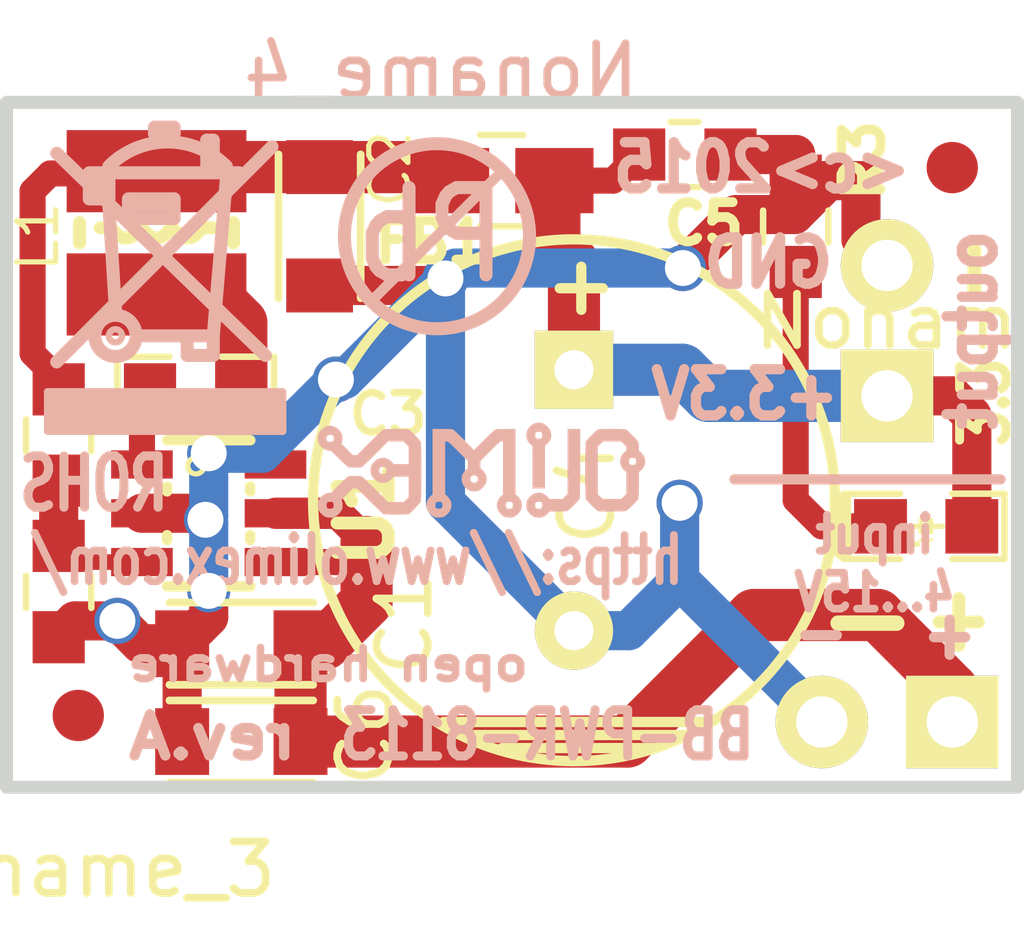
<source format=kicad_pcb>
(kicad_pcb (version 20171130) (host pcbnew "(5.1.12)-1")

  (general
    (thickness 1.6)
    (drawings 21)
    (tracks 86)
    (zones 0)
    (modules 28)
    (nets 9)
  )

  (page A4)
  (layers
    (0 F.Cu signal)
    (31 B.Cu signal)
    (32 B.Adhes user hide)
    (33 F.Adhes user hide)
    (34 B.Paste user hide)
    (35 F.Paste user hide)
    (36 B.SilkS user hide)
    (37 F.SilkS user hide)
    (38 B.Mask user)
    (39 F.Mask user)
    (40 Dwgs.User user hide)
    (41 Cmts.User user)
    (42 Eco1.User user)
    (43 Eco2.User user)
    (44 Edge.Cuts user)
    (45 Margin user)
    (46 B.CrtYd user)
    (47 F.CrtYd user)
    (48 B.Fab user)
    (49 F.Fab user)
  )

  (setup
    (last_trace_width 0.762)
    (trace_clearance 0.2)
    (zone_clearance 0.508)
    (zone_45_only no)
    (trace_min 0.2)
    (via_size 0.6)
    (via_drill 0.4)
    (via_min_size 0.4)
    (via_min_drill 0.3)
    (uvia_size 0.3)
    (uvia_drill 0.1)
    (uvias_allowed no)
    (uvia_min_size 0)
    (uvia_min_drill 0)
    (edge_width 0.1)
    (segment_width 0.2)
    (pcb_text_width 0.3)
    (pcb_text_size 1.5 1.5)
    (mod_edge_width 0.15)
    (mod_text_size 1 1)
    (mod_text_width 0.15)
    (pad_size 1 1)
    (pad_drill 0)
    (pad_to_mask_clearance 0.1)
    (solder_mask_min_width 0.1)
    (aux_axis_origin 0 0)
    (visible_elements 7FFFFFFF)
    (pcbplotparams
      (layerselection 0x00020_00000000)
      (usegerberextensions false)
      (usegerberattributes true)
      (usegerberadvancedattributes true)
      (creategerberjobfile true)
      (excludeedgelayer false)
      (linewidth 0.100000)
      (plotframeref false)
      (viasonmask false)
      (mode 1)
      (useauxorigin false)
      (hpglpennumber 1)
      (hpglpenspeed 20)
      (hpglpendiameter 15.000000)
      (psnegative false)
      (psa4output false)
      (plotreference true)
      (plotvalue false)
      (plotinvisibletext false)
      (padsonsilk false)
      (subtractmaskfromsilk false)
      (outputformat 1)
      (mirror false)
      (drillshape 0)
      (scaleselection 1)
      (outputdirectory ""))
  )

  (net 0 "")
  (net 1 "Net-(C1-Pad1)")
  (net 2 GND)
  (net 3 "Net-(C2-Pad1)")
  (net 4 "Net-(D1-Pad1)")
  (net 5 "Net-(C3-Pad1)")
  (net 6 "Net-(C3-Pad2)")
  (net 7 "Net-(R1-Pad2)")
  (net 8 "Net-(C4-Pad1)")

  (net_class Default "This is the default net class."
    (clearance 0.2)
    (trace_width 0.762)
    (via_dia 0.6)
    (via_drill 0.4)
    (uvia_dia 0.3)
    (uvia_drill 0.1)
    (add_net GND)
    (add_net "Net-(C1-Pad1)")
    (add_net "Net-(C2-Pad1)")
    (add_net "Net-(C3-Pad1)")
    (add_net "Net-(C3-Pad2)")
    (add_net "Net-(C4-Pad1)")
    (add_net "Net-(D1-Pad1)")
    (add_net "Net-(R1-Pad2)")
  )

  (module OLIMEX_Other-FP:via_09_07 (layer F.Cu) (tedit 559A1C4C) (tstamp 55ACD2B8)
    (at 22.352 25.3873)
    (fp_text reference Ref**_8 (at 1.9812 -8.8646) (layer F.SilkS) hide
      (effects (font (size 1 1) (thickness 0.15)))
    )
    (fp_text value Val** (at 0 -0.7874) (layer F.Fab) hide
      (effects (font (size 1 1) (thickness 0.15)))
    )
    (pad 0 thru_hole circle (at 0 0) (size 0.8382 0.8382) (drill 0.7) (layers *.Cu)
      (net 2 GND) (zone_connect 2))
  )

  (module OLIMEX_Other-FP:via_09_07 (layer F.Cu) (tedit 559A1C4C) (tstamp 55ACD2B3)
    (at 22.352 22.7076)
    (fp_text reference Ref**_7 (at 1.9812 -8.8646) (layer F.SilkS) hide
      (effects (font (size 1 1) (thickness 0.15)))
    )
    (fp_text value Val** (at 0 -0.7874) (layer F.Fab) hide
      (effects (font (size 1 1) (thickness 0.15)))
    )
    (pad 0 thru_hole circle (at 0 0) (size 0.8382 0.8382) (drill 0.7) (layers *.Cu)
      (net 2 GND) (zone_connect 2))
  )

  (module OLIMEX_Other-FP:via_09_07 (layer F.Cu) (tedit 559A1C49) (tstamp 55AC97B1)
    (at 31.5214 23.7363)
    (fp_text reference Ref**_6 (at 7.0866 2.6162) (layer F.SilkS) hide
      (effects (font (size 1 1) (thickness 0.15)))
    )
    (fp_text value Val** (at 0 -0.7874) (layer F.Fab) hide
      (effects (font (size 1 1) (thickness 0.15)))
    )
    (pad 0 thru_hole circle (at 0 -0.0635) (size 0.9 0.9) (drill 0.7) (layers *.Cu)
      (net 2 GND) (zone_connect 2))
  )

  (module OLIMEX_Other-FP:via_09_07 (layer F.Cu) (tedit 559A1C49) (tstamp 55AC97AC)
    (at 26.9621 19.3675)
    (fp_text reference Ref**_5 (at 7.0866 2.6162) (layer F.SilkS) hide
      (effects (font (size 1 1) (thickness 0.15)))
    )
    (fp_text value Val** (at 0 -0.7874) (layer F.Fab) hide
      (effects (font (size 1 1) (thickness 0.15)))
    )
    (pad 0 thru_hole circle (at 0 -0.0635) (size 0.9 0.9) (drill 0.7) (layers *.Cu)
      (net 2 GND) (zone_connect 2))
  )

  (module OLIMEX_Other-FP:via_09_07 (layer F.Cu) (tedit 559A1C49) (tstamp 55AC97A7)
    (at 31.5849 19.1643)
    (fp_text reference Ref**_4 (at 7.0866 2.6162) (layer F.SilkS) hide
      (effects (font (size 1 1) (thickness 0.15)))
    )
    (fp_text value Val** (at 0 -0.7874) (layer F.Fab) hide
      (effects (font (size 1 1) (thickness 0.15)))
    )
    (pad 0 thru_hole circle (at 0 -0.0635) (size 0.9 0.9) (drill 0.7) (layers *.Cu)
      (net 2 GND) (zone_connect 2))
  )

  (module OLIMEX_Other-FP:via_09_07 (layer F.Cu) (tedit 559A1C49) (tstamp 55AC9208)
    (at 20.574 26.035)
    (fp_text reference Ref**_3 (at 7.0866 2.6162) (layer F.SilkS) hide
      (effects (font (size 1 1) (thickness 0.15)))
    )
    (fp_text value Val** (at 0 -0.7874) (layer F.Fab) hide
      (effects (font (size 1 1) (thickness 0.15)))
    )
    (pad 0 thru_hole circle (at 0 -0.0635) (size 0.9 0.9) (drill 0.7) (layers *.Cu)
      (net 2 GND) (zone_connect 2))
  )

  (module CPOL_200mils_R10mm (layer F.Cu) (tedit 55AC8C2F) (tstamp 55701DE2)
    (at 29.464 23.622 270)
    (path /55A8FB04)
    (fp_text reference C4 (at -0.127 -0.254 270) (layer F.SilkS)
      (effects (font (size 1 1) (thickness 0.15)))
    )
    (fp_text value "1000uF 6.3V Low ESR" (at 0 -6.35 270) (layer F.Fab)
      (effects (font (size 1 1) (thickness 0.15)))
    )
    (fp_line (start 4.826 -1.53) (end 4.826 1.4) (layer F.SilkS) (width 0.2))
    (fp_line (start 4.318 -2.54) (end 4.318 2.54) (layer F.SilkS) (width 0.2))
    (fp_line (start 4.572 -2.159) (end 4.572 2.159) (layer F.SilkS) (width 0.2))
    (fp_circle (center 0 0) (end -5.08 0) (layer F.SilkS) (width 0.2))
    (fp_text user + (at -4.1275 -0.0635 270) (layer F.SilkS)
      (effects (font (size 1.1 1.1) (thickness 0.2)))
    )
    (pad 1 thru_hole rect (at -2.54 0 270) (size 1.524 1.524) (drill 0.762) (layers *.Cu *.Mask F.SilkS)
      (net 8 "Net-(C4-Pad1)"))
    (pad 2 thru_hole circle (at 2.54 0 270) (size 1.524 1.524) (drill 0.762) (layers *.Cu *.Mask F.SilkS)
      (net 2 GND))
  )

  (module OLIMEX_Jumpers-FP:HN1x2_Jumper (layer F.Cu) (tedit 55714090) (tstamp 55701DF4)
    (at 35.56 20.32 90)
    (descr SIP4)
    (tags SIP4)
    (path /5570147E)
    (fp_text reference P2 (at -0.127 2.794 90) (layer F.SilkS) hide
      (effects (font (size 1 1) (thickness 0.25)))
    )
    (fp_text value HN1x2 (at 0.4064 2.7686 90) (layer F.Fab) hide
      (effects (font (size 1.1 1.1) (thickness 0.254)))
    )
    (pad 1 thru_hole rect (at -1.27 0 180) (size 1.8 1.8) (drill 1) (layers *.Cu *.Mask F.SilkS)
      (net 8 "Net-(C4-Pad1)") (solder_mask_margin 0.0508) (solder_paste_margin -0.0508))
    (pad 2 thru_hole circle (at 1.27 0 180) (size 1.8 1.8) (drill 1) (layers *.Cu *.Mask F.SilkS)
      (net 2 GND) (solder_mask_margin 0.0508) (solder_paste_margin -0.0508))
    (model Housings_SIP/SIP9_Housing.wrl
      (at (xyz 0 0 0))
      (scale (xyz 0.3937 0.3937 0.3937))
      (rotate (xyz 0 0 0))
    )
  )

  (module OLIMEX_Jumpers-FP:HN1x2_Jumper locked (layer F.Cu) (tedit 55714083) (tstamp 55701DEE)
    (at 35.56 27.94 180)
    (descr SIP4)
    (tags SIP4)
    (path /55700F41)
    (fp_text reference P1 (at 0 -2.54 180) (layer F.SilkS) hide
      (effects (font (size 1 1) (thickness 0.25)))
    )
    (fp_text value HN1x2 (at 0.4064 2.7686 180) (layer F.Fab) hide
      (effects (font (size 1.1 1.1) (thickness 0.254)))
    )
    (pad 1 thru_hole rect (at -1.27 0 270) (size 1.8 1.8) (drill 1) (layers *.Cu *.Mask F.SilkS)
      (net 1 "Net-(C1-Pad1)") (solder_mask_margin 0.0508) (solder_paste_margin -0.0508))
    (pad 2 thru_hole circle (at 1.27 0 270) (size 1.8 1.8) (drill 1) (layers *.Cu *.Mask F.SilkS)
      (net 2 GND) (solder_mask_margin 0.0508) (solder_paste_margin -0.0508))
    (model Housings_SIP/SIP9_Housing.wrl
      (at (xyz 0 0 0))
      (scale (xyz 0.3937 0.3937 0.3937))
      (rotate (xyz 0 0 0))
    )
  )

  (module OLIMEX_LEDs-FP:LED_0603_KA (layer F.Cu) (tedit 55AC87B4) (tstamp 557081AD)
    (at 36.322 24.13 180)
    (descr CCCCC)
    (tags "resistor 0603")
    (path /557024F3)
    (attr smd)
    (fp_text reference D1 (at 0.127 -3.302 180) (layer F.SilkS) hide
      (effects (font (size 1.1 1.1) (thickness 0.254)))
    )
    (fp_text value LED_RED_0603 (at 0 3.048 180) (layer F.Fab) hide
      (effects (font (size 1 1) (thickness 0.15)))
    )
    (fp_line (start 1.6129 -0.4445) (end 1.6129 0.3556) (layer F.SilkS) (width 0.254))
    (fp_line (start 1.7399 -0.4191) (end 1.7399 0.4064) (layer F.SilkS) (width 0.254))
    (fp_line (start 1.5875 0.5715) (end 1.7272 0.4445) (layer F.SilkS) (width 0.254))
    (fp_line (start 1.5875 -0.5715) (end 1.7399 -0.4445) (layer F.SilkS) (width 0.254))
    (fp_line (start 0.08 -0.25) (end 0.21 -0.36) (layer F.SilkS) (width 0.05))
    (fp_line (start 0.22 -0.38) (end 0.14 -0.37) (layer F.SilkS) (width 0.05))
    (fp_line (start 0.22 -0.38) (end 0.22 -0.3) (layer F.SilkS) (width 0.05))
    (fp_line (start 0.03 -0.38) (end 0.03 -0.3) (layer F.SilkS) (width 0.05))
    (fp_line (start 0.03 -0.38) (end -0.05 -0.37) (layer F.SilkS) (width 0.05))
    (fp_line (start -0.11 -0.25) (end 0.02 -0.36) (layer F.SilkS) (width 0.05))
    (fp_line (start 0.1 -0.11) (end 0.1 0.11) (layer F.SilkS) (width 0.1))
    (fp_line (start -0.09 0.11) (end 0.01 0.01) (layer F.SilkS) (width 0.1))
    (fp_line (start -0.09 -0.11) (end 0.02 -0.01) (layer F.SilkS) (width 0.1))
    (fp_line (start -0.09 -0.11) (end -0.09 0.11) (layer F.SilkS) (width 0.1))
    (fp_line (start -0.32 0) (end 0.26 0) (layer F.SilkS) (width 0.1))
    (fp_line (start 0.508 -0.635) (end 1.524 -0.635) (layer F.SilkS) (width 0.127))
    (fp_line (start 1.524 -0.635) (end 1.524 0.635) (layer F.SilkS) (width 0.127))
    (fp_line (start 1.524 0.635) (end 0.508 0.635) (layer F.SilkS) (width 0.127))
    (fp_line (start -1.524 -0.635) (end -1.524 0.635) (layer F.SilkS) (width 0.127))
    (fp_line (start -1.524 0.635) (end -0.508 0.635) (layer F.SilkS) (width 0.127))
    (fp_line (start -1.524 -0.635) (end -0.508 -0.635) (layer F.SilkS) (width 0.127))
    (pad 2 smd rect (at -0.889 0 180) (size 1.03 1.06) (layers F.Cu F.Paste F.Mask)
      (net 8 "Net-(C4-Pad1)"))
    (pad 1 smd rect (at 0.889 0 180) (size 1.03 1.06) (layers F.Cu F.Paste F.Mask)
      (net 4 "Net-(D1-Pad1)"))
    (model Resistors_SMD/R_0603.wrl
      (at (xyz 0 0 0))
      (scale (xyz 1 1 1))
      (rotate (xyz 0 0 0))
    )
  )

  (module kicad_wrk:C_0603 (layer F.Cu) (tedit 55ACA500) (tstamp 55701DDC)
    (at 22.098 21.463 180)
    (descr "Resistor SMD 0603, reflow soldering, Vishay (see dcrcw.pdf)")
    (tags "resistor 0603")
    (path /5571551A)
    (attr smd)
    (fp_text reference C3 (at -3.7465 -0.4826 180) (layer F.SilkS)
      (effects (font (size 0.762 0.762) (thickness 0.15)))
    )
    (fp_text value 100nF (at -0.254 13.081 180) (layer F.SilkS) hide
      (effects (font (size 1 1) (thickness 0.15)))
    )
    (fp_line (start 0.508 -0.635) (end 1.524 -0.635) (layer F.SilkS) (width 0.127))
    (fp_line (start 1.524 -0.635) (end 1.524 0.635) (layer F.SilkS) (width 0.127))
    (fp_line (start 1.524 0.635) (end 0.508 0.635) (layer F.SilkS) (width 0.127))
    (fp_line (start -1.524 -0.635) (end -1.524 0.635) (layer F.SilkS) (width 0.127))
    (fp_line (start -1.524 0.635) (end -0.508 0.635) (layer F.SilkS) (width 0.127))
    (fp_line (start -1.524 -0.635) (end -0.508 -0.635) (layer F.SilkS) (width 0.127))
    (pad 1 smd rect (at -0.889 0 180) (size 1.016 1.016) (layers F.Cu F.Paste F.Mask)
      (net 5 "Net-(C3-Pad1)"))
    (pad 2 smd rect (at 0.889 0 180) (size 1.016 1.016) (layers F.Cu F.Paste F.Mask)
      (net 6 "Net-(C3-Pad2)"))
    (model Resistors_SMD/R_0603.wrl
      (at (xyz 0 0 0))
      (scale (xyz 1 1 1))
      (rotate (xyz 0 0 0))
    )
  )

  (module OLIMEX_RLC-FP:CD32 (layer F.Cu) (tedit 55ACA558) (tstamp 55701DE8)
    (at 21.336 18.415 90)
    (descr "ROTATED COUNTERCLOCKWISE 90")
    (tags "ROTATED COUNTERCLOCKWISE 90")
    (path /557011F1)
    (attr smd)
    (fp_text reference L1 (at -0.0762 -2.3114 270) (layer F.SilkS)
      (effects (font (size 0.762 0.762) (thickness 0.1016)))
    )
    (fp_text value 4.7uH/1.5A/JCR<0.1R/CD32 (at -7.747 0.127 180) (layer F.Fab) hide
      (effects (font (size 0.5 0.5) (thickness 0.125)))
    )
    (fp_line (start 0.19812 1.4986) (end -0.19812 1.4986) (layer F.SilkS) (width 0.254))
    (fp_line (start 0.19812 -1.4986) (end -0.19812 -1.4986) (layer F.SilkS) (width 0.254))
    (fp_line (start 0.09906 1.09982) (end 0.09906 0.89916) (layer F.SilkS) (width 0.254))
    (fp_line (start 0.09906 0.89916) (end -0.04064 0.75692) (layer F.SilkS) (width 0.254))
    (fp_line (start -0.09906 0.61468) (end -0.09906 0.58166) (layer F.SilkS) (width 0.254))
    (fp_line (start -0.04064 0.43942) (end 0.09906 0.29972) (layer F.SilkS) (width 0.254))
    (fp_line (start 0.09906 0.29972) (end -0.04064 0.15748) (layer F.SilkS) (width 0.254))
    (fp_line (start -0.09906 0.01524) (end -0.09906 -0.01524) (layer F.SilkS) (width 0.254))
    (fp_line (start -0.04064 -0.15748) (end 0.09906 -0.29972) (layer F.SilkS) (width 0.254))
    (fp_line (start 0.09906 -0.29972) (end -0.04064 -0.43942) (layer F.SilkS) (width 0.254))
    (fp_line (start -0.09906 -0.58166) (end -0.09906 -0.61468) (layer F.SilkS) (width 0.254))
    (fp_line (start -0.04064 -0.75692) (end 0.09906 -0.89916) (layer F.SilkS) (width 0.254))
    (fp_line (start 0.09906 -0.89916) (end 0.09906 -1.09982) (layer F.SilkS) (width 0.254))
    (fp_arc (start 0.09906 0.61468) (end -0.04064 0.75692) (angle 44.9) (layer F.SilkS) (width 0.254))
    (fp_arc (start 0.09906 0.58166) (end -0.09906 0.58166) (angle 44.9) (layer F.SilkS) (width 0.254))
    (fp_arc (start 0.09906 0.01524) (end -0.04064 0.15748) (angle 44.9) (layer F.SilkS) (width 0.254))
    (fp_arc (start 0.09906 -0.01524) (end -0.09906 -0.01524) (angle 44.9) (layer F.SilkS) (width 0.254))
    (fp_arc (start 0.09906 -0.58166) (end -0.04064 -0.43942) (angle 44.9) (layer F.SilkS) (width 0.254))
    (fp_arc (start 0.09906 -0.61468) (end -0.09906 -0.61468) (angle 44.9) (layer F.SilkS) (width 0.254))
    (pad 1 smd rect (at -1.2 0 180) (size 3.5 1.6) (layers F.Cu F.Paste F.Mask)
      (net 5 "Net-(C3-Pad1)") (solder_mask_margin 0.0508) (solder_paste_margin -0.0508) (clearance 0.0508))
    (pad 2 smd rect (at 1.2 0 180) (size 3.5 1.6) (layers F.Cu F.Paste F.Mask)
      (net 3 "Net-(C2-Pad1)") (solder_mask_margin 0.0508) (solder_paste_margin -0.0508) (clearance 0.0508))
  )

  (module OLIMEX_RLC-FP:R_0603_DWS (layer F.Cu) (tedit 559A1C39) (tstamp 55701DFA)
    (at 19.431 22.352 270)
    (descr "Resistor SMD 0603, reflow soldering, Vishay (see dcrcw.pdf)")
    (tags "resistor 0603")
    (path /5570124B)
    (attr smd)
    (fp_text reference R1 (at -0.0508 0.0762 270) (layer F.SilkS) hide
      (effects (font (size 1.1 1.1) (thickness 0.254)))
    )
    (fp_text value "100K 1%" (at 0 12.573 270) (layer F.Fab) hide
      (effects (font (size 1 1) (thickness 0.15)))
    )
    (fp_line (start -0.3048 0.635) (end 0.3175 0.635) (layer F.SilkS) (width 0.127))
    (fp_line (start -0.3048 -0.635) (end 0.3175 -0.635) (layer F.SilkS) (width 0.127))
    (fp_line (start 0.508 -0.635) (end 1.524 -0.635) (layer Dwgs.User) (width 0.127))
    (fp_line (start 1.524 -0.635) (end 1.524 0.635) (layer Dwgs.User) (width 0.127))
    (fp_line (start 1.524 0.635) (end 0.508 0.635) (layer Dwgs.User) (width 0.127))
    (fp_line (start -1.524 -0.635) (end -1.524 0.635) (layer Dwgs.User) (width 0.127))
    (fp_line (start -1.524 0.635) (end -0.508 0.635) (layer Dwgs.User) (width 0.127))
    (fp_line (start -1.524 -0.635) (end -0.508 -0.635) (layer Dwgs.User) (width 0.127))
    (pad 1 smd rect (at -0.889 0 270) (size 1.016 1.016) (layers F.Cu F.Paste F.Mask)
      (net 3 "Net-(C2-Pad1)") (solder_mask_margin 0.0508) (solder_paste_margin -0.0508) (clearance 0.0508))
    (pad 2 smd rect (at 0.889 0 270) (size 1.016 1.016) (layers F.Cu F.Paste F.Mask)
      (net 7 "Net-(R1-Pad2)") (solder_mask_margin 0.0508) (solder_paste_margin -0.0508) (clearance 0.0508))
    (model Resistors_SMD/R_0603.wrl
      (at (xyz 0 0 0))
      (scale (xyz 1 1 1))
      (rotate (xyz 0 0 0))
    )
  )

  (module OLIMEX_RLC-FP:R_0603_DWS (layer F.Cu) (tedit 55AC8FA4) (tstamp 55701)
    (at 19.431 25.4 270)
    (descr "Resistor SMD 0603, reflow soldering, Vishay (see dcrcw.pdf)")
    (tags "resistor 0603")
    (path /5570126C)
    (attr smd)
    (fp_text reference R2 (at 0 0 270) (layer F.SilkS) hide
      (effects (font (size 1.1 1.1) (thickness 0.254)))
    )
    (fp_text value "22.1K 1%" (at 0.635 -7.493 270) (layer F.Fab) hide
      (effects (font (size 1 1) (thickness 0.15)))
    )
    (fp_line (start -0.3048 0.635) (end 0.3175 0.635) (layer F.SilkS) (width 0.127))
    (fp_line (start -0.3048 -0.635) (end 0.3175 -0.635) (layer F.SilkS) (width 0.127))
    (fp_line (start 0.508 -0.635) (end 1.524 -0.635) (layer Dwgs.User) (width 0.127))
    (fp_line (start 1.524 -0.635) (end 1.524 0.635) (layer Dwgs.User) (width 0.127))
    (fp_line (start 1.524 0.635) (end 0.508 0.635) (layer Dwgs.User) (width 0.127))
    (fp_line (start -1.524 -0.635) (end -1.524 0.635) (layer Dwgs.User) (width 0.127))
    (fp_line (start -1.524 0.635) (end -0.508 0.635) (layer Dwgs.User) (width 0.127))
    (fp_line (start -1.524 -0.635) (end -0.508 -0.635) (layer Dwgs.User) (width 0.127))
    (pad 1 smd rect (at -0.889 0 270) (size 1.016 1.016) (layers F.Cu F.Paste F.Mask)
      (net 7 "Net-(R1-Pad2)") (solder_mask_margin 0.0508) (solder_paste_margin -0.0508) (clearance 0.0508))
    (pad 2 smd rect (at 0.889 0 270) (size 1.016 1.016) (layers F.Cu F.Paste F.Mask)
      (net 2 GND) (solder_mask_margin 0.0508) (solder_paste_margin -0.0508) (clearance 0.0508))
    (model Resistors_SMD/R_0603.wrl
      (at (xyz 0 0 0))
      (scale (xyz 1 1 1))
      (rotate (xyz 0 0 0))
    )
  )

  (module OLIMEX_RLC-FP:R_0603_DWS (layer F.Cu) (tedit 55ACA49D) (tstamp 557081BB)
    (at 33.782 18.288 270)
    (descr "Resistor SMD 0603, reflow soldering, Vishay (see dcrcw.pdf)")
    (tags "resistor 0603")
    (path /5570251F)
    (attr smd)
    (fp_text reference R3 (at -1.2827 -1.3081 270) (layer F.SilkS)
      (effects (font (size 0.762 0.762) (thickness 0.1905)))
    )
    (fp_text value 2.2K (at -0.127 -3.937 270) (layer F.Fab) hide
      (effects (font (size 1 1) (thickness 0.15)))
    )
    (fp_line (start -0.3048 0.635) (end 0.3175 0.635) (layer F.SilkS) (width 0.127))
    (fp_line (start -0.3048 -0.635) (end 0.3175 -0.635) (layer F.SilkS) (width 0.127))
    (fp_line (start 0.508 -0.635) (end 1.524 -0.635) (layer Dwgs.User) (width 0.127))
    (fp_line (start 1.524 -0.635) (end 1.524 0.635) (layer Dwgs.User) (width 0.127))
    (fp_line (start 1.524 0.635) (end 0.508 0.635) (layer Dwgs.User) (width 0.127))
    (fp_line (start -1.524 -0.635) (end -1.524 0.635) (layer Dwgs.User) (width 0.127))
    (fp_line (start -1.524 0.635) (end -0.508 0.635) (layer Dwgs.User) (width 0.127))
    (fp_line (start -1.524 -0.635) (end -0.508 -0.635) (layer Dwgs.User) (width 0.127))
    (pad 1 smd rect (at -0.889 0 270) (size 1.016 1.016) (layers F.Cu F.Paste F.Mask)
      (net 2 GND) (solder_mask_margin 0.0508) (solder_paste_margin -0.0508) (clearance 0.0508))
    (pad 2 smd rect (at 0.889 0 270) (size 1.016 1.016) (layers F.Cu F.Paste F.Mask)
      (net 4 "Net-(D1-Pad1)") (solder_mask_margin 0.0508) (solder_paste_margin -0.0508) (clearance 0.0508))
    (model Resistors_SMD/R_0603.wrl
      (at (xyz 0 0 0))
      (scale (xyz 1 1 1))
      (rotate (xyz 0 0 0))
    )
  )

  (module OLIMEX_Other-FP:via_09_07 (layer F.Cu) (tedit 559A1C4C) (tstamp 5570B846)
    (at 22.2885 24.003)
    (fp_text reference Ref**_2 (at 1.9812 -8.8646) (layer F.SilkS) hide
      (effects (font (size 1 1) (thickness 0.15)))
    )
    (fp_text value Val** (at 0 -0.7874) (layer F.Fab) hide
      (effects (font (size 1 1) (thickness 0.15)))
    )
    (pad 0 thru_hole circle (at 0 0) (size 0.8382 0.8382) (drill 0.7) (layers *.Cu)
      (net 2 GND) (zone_connect 2))
  )

  (module OLIMEX_Other-FP:via_09_07 (layer F.Cu) (tedit 559A1C49) (tstamp 5570B89F)
    (at 24.8285 21.336)
    (fp_text reference Ref** (at 7.0866 2.6162) (layer F.SilkS) hide
      (effects (font (size 1 1) (thickness 0.15)))
    )
    (fp_text value Val** (at 0 -0.7874) (layer F.Fab) hide
      (effects (font (size 1 1) (thickness 0.15)))
    )
    (pad 0 thru_hole circle (at 0 -0.0635) (size 0.9 0.9) (drill 0.7) (layers *.Cu)
      (net 2 GND) (zone_connect 2))
  )

  (module OLIMEX_LOGOs-FP:LOGO_OLIMEX_80 (layer B.Cu) (tedit 550FAFDC) (tstamp 5570E85A)
    (at 27.6606 23.0378 180)
    (fp_text reference Noname_5 (at 0 0 180) (layer B.SilkS) hide
      (effects (font (size 1.524 1.524) (thickness 0.3)) (justify mirror))
    )
    (fp_text value "" (at 0.75 0 180) (layer B.SilkS) hide
      (effects (font (size 1.524 1.524) (thickness 0.3)) (justify mirror))
    )
    (fp_poly (pts (xy -0.879158 -0.672094) (xy -0.881346 -0.720273) (xy -0.891306 -0.763558) (xy -0.897255 -0.777742)
      (xy -0.920793 -0.814381) (xy -0.953539 -0.850932) (xy -0.99044 -0.88235) (xy -1.020578 -0.9009)
      (xy -1.04394 -0.90874) (xy -1.04394 -0.68199) (xy -1.047007 -0.647795) (xy -1.057575 -0.625738)
      (xy -1.077698 -0.613723) (xy -1.109429 -0.609655) (xy -1.114874 -0.6096) (xy -1.140529 -0.611375)
      (xy -1.161358 -0.615908) (xy -1.168632 -0.619329) (xy -1.181853 -0.637325) (xy -1.188833 -0.663871)
      (xy -1.189563 -0.693647) (xy -1.184032 -0.72133) (xy -1.172232 -0.741597) (xy -1.168862 -0.744483)
      (xy -1.148757 -0.752266) (xy -1.121251 -0.754816) (xy -1.09248 -0.752429) (xy -1.06858 -0.745406)
      (xy -1.05918 -0.73914) (xy -1.049325 -0.724456) (xy -1.044725 -0.702999) (xy -1.04394 -0.68199)
      (xy -1.04394 -0.90874) (xy -1.056554 -0.912973) (xy -1.099649 -0.919359) (xy -1.143567 -0.9197)
      (xy -1.18201 -0.913637) (xy -1.19127 -0.910617) (xy -1.222768 -0.895013) (xy -1.255897 -0.872825)
      (xy -1.28544 -0.847987) (xy -1.306183 -0.824432) (xy -1.30683 -0.823459) (xy -1.32207 -0.800144)
      (xy -1.48424 -0.800122) (xy -1.543508 -0.799844) (xy -1.589414 -0.798956) (xy -1.623824 -0.797349)
      (xy -1.648609 -0.794914) (xy -1.665637 -0.791544) (xy -1.672555 -0.789176) (xy -1.687884 -0.77954)
      (xy -1.711138 -0.760971) (xy -1.740051 -0.73567) (xy -1.772357 -0.70584) (xy -1.805792 -0.673686)
      (xy -1.83809 -0.641409) (xy -1.866985 -0.611213) (xy -1.890212 -0.5853) (xy -1.905505 -0.565874)
      (xy -1.909864 -0.55841) (xy -1.911727 -0.551664) (xy -1.913363 -0.540195) (xy -1.914787 -0.523117)
      (xy -1.916012 -0.499543) (xy -1.917049 -0.468586) (xy -1.917914 -0.429358) (xy -1.918619 -0.380974)
      (xy -1.919178 -0.322546) (xy -1.919603 -0.253186) (xy -1.919909 -0.172009) (xy -1.920108 -0.078128)
      (xy -1.920213 0.029346) (xy -1.92024 0.133105) (xy -1.92024 0.8001) (xy -1.80213 0.8001)
      (xy -1.68402 0.8001) (xy -1.68402 0.169341) (xy -1.68402 -0.461419) (xy -1.632394 -0.512649)
      (xy -1.580768 -0.56388) (xy -1.451419 -0.563858) (xy -1.32207 -0.563836) (xy -1.30683 -0.540521)
      (xy -1.287434 -0.518018) (xy -1.259043 -0.493525) (xy -1.226719 -0.470942) (xy -1.195523 -0.454166)
      (xy -1.193597 -0.453345) (xy -1.154747 -0.44349) (xy -1.109329 -0.441731) (xy -1.063493 -0.447766)
      (xy -1.023389 -0.461292) (xy -1.022417 -0.461771) (xy -0.977989 -0.490317) (xy -0.937499 -0.528143)
      (xy -0.905754 -0.570504) (xy -0.898008 -0.584683) (xy -0.88472 -0.624928) (xy -0.879158 -0.672094)) (layer B.SilkS) (width 0.009))
    (fp_poly (pts (xy 1.065057 -0.657021) (xy 1.064454 -0.705796) (xy 1.05517 -0.752946) (xy 1.045576 -0.777742)
      (xy 1.022415 -0.814127) (xy 0.989912 -0.850594) (xy 0.953084 -0.882112) (xy 0.922522 -0.901065)
      (xy 0.89916 -0.908681) (xy 0.89916 -0.68199) (xy 0.896093 -0.647795) (xy 0.885525 -0.625738)
      (xy 0.865402 -0.613723) (xy 0.833671 -0.609655) (xy 0.828226 -0.6096) (xy 0.802571 -0.611375)
      (xy 0.781742 -0.615908) (xy 0.774468 -0.619329) (xy 0.761247 -0.637325) (xy 0.754267 -0.663871)
      (xy 0.753537 -0.693647) (xy 0.759068 -0.72133) (xy 0.770868 -0.741597) (xy 0.774238 -0.744483)
      (xy 0.794343 -0.752266) (xy 0.821849 -0.754816) (xy 0.85062 -0.752429) (xy 0.87452 -0.745406)
      (xy 0.88392 -0.73914) (xy 0.893775 -0.724456) (xy 0.898375 -0.702999) (xy 0.89916 -0.68199)
      (xy 0.89916 -0.908681) (xy 0.882719 -0.914041) (xy 0.835735 -0.919235) (xy 0.787475 -0.916672)
      (xy 0.74385 -0.906373) (xy 0.729463 -0.900312) (xy 0.686301 -0.872247) (xy 0.646304 -0.833753)
      (xy 0.614119 -0.78957) (xy 0.605835 -0.774204) (xy 0.591288 -0.731365) (xy 0.585474 -0.683759)
      (xy 0.588683 -0.637372) (xy 0.597649 -0.605862) (xy 0.61422 -0.574163) (xy 0.636769 -0.541285)
      (xy 0.661444 -0.512253) (xy 0.684396 -0.492092) (xy 0.685301 -0.49149) (xy 0.708616 -0.47625)
      (xy 0.708638 0.043815) (xy 0.70866 0.56388) (xy 0.676219 0.56388) (xy 0.667486 0.563673)
      (xy 0.659286 0.562356) (xy 0.650402 0.558888) (xy 0.639618 0.552225) (xy 0.625714 0.541327)
      (xy 0.607476 0.52515) (xy 0.583683 0.502653) (xy 0.553121 0.472792) (xy 0.514571 0.434527)
      (xy 0.466816 0.386814) (xy 0.451429 0.37142) (xy 0.25908 0.17896) (xy 0.259102 0.106625)
      (xy 0.259267 0.073001) (xy 0.260354 0.051158) (xy 0.263283 0.037639) (xy 0.268977 0.028985)
      (xy 0.278356 0.021737) (xy 0.282439 0.01905) (xy 0.307862 -0.003062) (xy 0.333698 -0.034597)
      (xy 0.356162 -0.070331) (xy 0.370732 -0.10282) (xy 0.379257 -0.146481) (xy 0.378654 -0.195256)
      (xy 0.36937 -0.242406) (xy 0.359776 -0.267202) (xy 0.336615 -0.303587) (xy 0.304112 -0.340053)
      (xy 0.267284 -0.371572) (xy 0.236722 -0.390524) (xy 0.21336 -0.398141) (xy 0.21336 -0.17145)
      (xy 0.210293 -0.137255) (xy 0.199725 -0.115198) (xy 0.179602 -0.103183) (xy 0.147871 -0.099115)
      (xy 0.142426 -0.09906) (xy 0.116771 -0.100835) (xy 0.095942 -0.105368) (xy 0.088668 -0.108789)
      (xy 0.075447 -0.126785) (xy 0.068467 -0.153331) (xy 0.067737 -0.183107) (xy 0.073268 -0.21079)
      (xy 0.085068 -0.231057) (xy 0.088438 -0.233943) (xy 0.108543 -0.241726) (xy 0.136049 -0.244276)
      (xy 0.16482 -0.241889) (xy 0.18872 -0.234866) (xy 0.19812 -0.2286) (xy 0.207975 -0.213916)
      (xy 0.212575 -0.192459) (xy 0.21336 -0.17145) (xy 0.21336 -0.398141) (xy 0.196919 -0.403501)
      (xy 0.149935 -0.408695) (xy 0.101675 -0.406132) (xy 0.05805 -0.395833) (xy 0.043664 -0.389772)
      (xy 0.000501 -0.361707) (xy -0.039496 -0.323213) (xy -0.071681 -0.27903) (xy -0.079965 -0.263664)
      (xy -0.094512 -0.220825) (xy -0.100326 -0.173219) (xy -0.097117 -0.126832) (xy -0.088151 -0.095322)
      (xy -0.07158 -0.063623) (xy -0.049031 -0.030745) (xy -0.024356 -0.001713) (xy -0.001404 0.018448)
      (xy -0.000499 0.01905) (xy 0.010306 0.026595) (xy 0.01712 0.0344) (xy 0.020864 0.045922)
      (xy 0.02246 0.064621) (xy 0.022828 0.093954) (xy 0.022838 0.106625) (xy 0.02286 0.17896)
      (xy -0.169489 0.37142) (xy -0.220076 0.422001) (xy -0.261113 0.46284) (xy -0.293817 0.494978)
      (xy -0.319406 0.519457) (xy -0.339096 0.537321) (xy -0.354105 0.54961) (xy -0.36565 0.557368)
      (xy -0.374949 0.561636) (xy -0.383219 0.563457) (xy -0.391677 0.563873) (xy -0.394279 0.56388)
      (xy -0.42672 0.56388) (xy -0.426698 0.043815) (xy -0.426676 -0.47625) (xy -0.403361 -0.49149)
      (xy -0.377938 -0.513602) (xy -0.352102 -0.545137) (xy -0.329638 -0.580871) (xy -0.315068 -0.61336)
      (xy -0.306543 -0.657021) (xy -0.307146 -0.705796) (xy -0.31643 -0.752946) (xy -0.326024 -0.777742)
      (xy -0.349244 -0.814213) (xy -0.381795 -0.850694) (xy -0.418633 -0.882136) (xy -0.449078 -0.9009)
      (xy -0.47244 -0.908751) (xy -0.47244 -0.68199) (xy -0.475507 -0.647795) (xy -0.486075 -0.625738)
      (xy -0.506198 -0.613723) (xy -0.537929 -0.609655) (xy -0.543374 -0.6096) (xy -0.569029 -0.611375)
      (xy -0.589858 -0.615908) (xy -0.597132 -0.619329) (xy -0.610353 -0.637325) (xy -0.617333 -0.663871)
      (xy -0.618063 -0.693647) (xy -0.612532 -0.72133) (xy -0.600732 -0.741597) (xy -0.597362 -0.744483)
      (xy -0.577257 -0.752266) (xy -0.549751 -0.754816) (xy -0.52098 -0.752429) (xy -0.49708 -0.745406)
      (xy -0.48768 -0.73914) (xy -0.477825 -0.724456) (xy -0.473225 -0.702999) (xy -0.47244 -0.68199)
      (xy -0.47244 -0.908751) (xy -0.484708 -0.912874) (xy -0.527464 -0.91929) (xy -0.571083 -0.919784)
      (xy -0.609303 -0.913993) (xy -0.619326 -0.91077) (xy -0.669193 -0.884326) (xy -0.714551 -0.846044)
      (xy -0.752 -0.799288) (xy -0.774177 -0.757577) (xy -0.782269 -0.726138) (xy -0.785352 -0.687049)
      (xy -0.783436 -0.647051) (xy -0.776532 -0.612885) (xy -0.773951 -0.605862) (xy -0.75738 -0.574163)
      (xy -0.734831 -0.541285) (xy -0.710156 -0.512253) (xy -0.687204 -0.492092) (xy -0.686299 -0.49149)
      (xy -0.662984 -0.47625) (xy -0.662962 0.161925) (xy -0.66294 0.8001) (xy -0.480556 0.8001)
      (xy -0.421749 0.79976) (xy -0.37035 0.798786) (xy -0.328202 0.797252) (xy -0.297145 0.795229)
      (xy -0.279021 0.792789) (xy -0.276721 0.79212) (xy -0.266527 0.785023) (xy -0.246982 0.768346)
      (xy -0.219439 0.743357) (xy -0.185252 0.711326) (xy -0.145776 0.673519) (xy -0.102363 0.631205)
      (xy -0.057096 0.586379) (xy 0.141079 0.388617) (xy 0.335335 0.583696) (xy 0.380938 0.629113)
      (xy 0.424097 0.671375) (xy 0.463422 0.709177) (xy 0.497523 0.741209) (xy 0.525009 0.766165)
      (xy 0.544491 0.782736) (xy 0.55411 0.789437) (xy 0.566272 0.79306) (xy 0.58513 0.795828)
      (xy 0.612393 0.797828) (xy 0.649768 0.799148) (xy 0.698961 0.799877) (xy 0.761679 0.8001)
      (xy 0.761755 0.8001) (xy 0.94488 0.8001) (xy 0.944902 0.161925) (xy 0.944924 -0.47625)
      (xy 0.968239 -0.49149) (xy 0.993662 -0.513602) (xy 1.019498 -0.545137) (xy 1.041962 -0.580871)
      (xy 1.056532 -0.61336) (xy 1.065057 -0.657021)) (layer B.SilkS) (width 0.009))
    (fp_poly (pts (xy 3.182302 -0.672094) (xy 3.180114 -0.720273) (xy 3.170154 -0.763558) (xy 3.164205 -0.777742)
      (xy 3.140667 -0.814381) (xy 3.107921 -0.850932) (xy 3.07102 -0.88235) (xy 3.040882 -0.9009)
      (xy 3.01752 -0.908751) (xy 3.01752 -0.68199) (xy 3.014454 -0.647795) (xy 3.003885 -0.625738)
      (xy 2.983762 -0.613723) (xy 2.952031 -0.609655) (xy 2.946586 -0.6096) (xy 2.920931 -0.611375)
      (xy 2.900102 -0.615908) (xy 2.892828 -0.619329) (xy 2.879607 -0.637325) (xy 2.872627 -0.663871)
      (xy 2.871897 -0.693647) (xy 2.877428 -0.72133) (xy 2.889228 -0.741597) (xy 2.892597 -0.744483)
      (xy 2.912703 -0.752266) (xy 2.940209 -0.754816) (xy 2.96898 -0.752429) (xy 2.99288 -0.745406)
      (xy 3.00228 -0.73914) (xy 3.012135 -0.724456) (xy 3.016735 -0.702999) (xy 3.01752 -0.68199)
      (xy 3.01752 -0.908751) (xy 3.005252 -0.912874) (xy 2.962496 -0.91929) (xy 2.918877 -0.919784)
      (xy 2.880657 -0.913993) (xy 2.870634 -0.91077) (xy 2.820767 -0.884326) (xy 2.775409 -0.846044)
      (xy 2.73796 -0.799288) (xy 2.715783 -0.757577) (xy 2.707614 -0.725803) (xy 2.704589 -0.686414)
      (xy 2.706685 -0.646131) (xy 2.713879 -0.611675) (xy 2.716314 -0.605133) (xy 2.72848 -0.576015)
      (xy 2.61592 -0.463267) (xy 2.503361 -0.35052) (xy 2.461311 -0.35052) (xy 2.419261 -0.35052)
      (xy 2.175465 -0.595123) (xy 2.124437 -0.646019) (xy 2.075963 -0.693788) (xy 2.031248 -0.737287)
      (xy 1.991496 -0.775369) (xy 1.957911 -0.806888) (xy 1.931696 -0.830701) (xy 1.914057 -0.84566)
      (xy 1.90715 -0.850393) (xy 1.891417 -0.853808) (xy 1.862922 -0.856628) (xy 1.824134 -0.858854)
      (xy 1.777518 -0.860484) (xy 1.725543 -0.861516) (xy 1.670675 -0.861948) (xy 1.615381 -0.86178)
      (xy 1.562129 -0.861009) (xy 1.513386 -0.859635) (xy 1.471618 -0.857655) (xy 1.439294 -0.855069)
      (xy 1.41888 -0.851874) (xy 1.41517 -0.850684) (xy 1.400549 -0.841068) (xy 1.378155 -0.822197)
      (xy 1.350192 -0.796336) (xy 1.318862 -0.765749) (xy 1.286368 -0.732703) (xy 1.254914 -0.699462)
      (xy 1.226702 -0.668293) (xy 1.203935 -0.641461) (xy 1.188817 -0.621231) (xy 1.184404 -0.613375)
      (xy 1.182119 -0.600253) (xy 1.18007 -0.573392) (xy 1.178257 -0.534292) (xy 1.176681 -0.484453)
      (xy 1.175342 -0.425374) (xy 1.174239 -0.358556) (xy 1.173373 -0.285497) (xy 1.172744 -0.207698)
      (xy 1.172351 -0.126658) (xy 1.172194 -0.043877) (xy 1.172275 0.039146) (xy 1.172591 0.120911)
      (xy 1.173145 0.199918) (xy 1.173935 0.274667) (xy 1.174961 0.34366) (xy 1.176224 0.405396)
      (xy 1.177724 0.458375) (xy 1.17946 0.501099) (xy 1.181433 0.532067) (xy 1.183642 0.549779)
      (xy 1.184404 0.552415) (xy 1.19404 0.567744) (xy 1.212609 0.590998) (xy 1.23791 0.619911)
      (xy 1.267739 0.652217) (xy 1.299894 0.685652) (xy 1.332171 0.71795) (xy 1.362367 0.746845)
      (xy 1.38828 0.770072) (xy 1.407706 0.785365) (xy 1.41517 0.789724) (xy 1.431101 0.793119)
      (xy 1.459757 0.795907) (xy 1.498674 0.798087) (xy 1.545382 0.799661) (xy 1.597415 0.800631)
      (xy 1.652307 0.800999) (xy 1.707589 0.800765) (xy 1.760794 0.799932) (xy 1.809456 0.7985)
      (xy 1.851107 0.796471) (xy 1.883281 0.793847) (xy 1.903509 0.790628) (xy 1.90715 0.789433)
      (xy 1.917514 0.781921) (xy 1.937362 0.764691) (xy 1.96549 0.738888) (xy 2.000695 0.705657)
      (xy 2.041772 0.666145) (xy 2.087517 0.621496) (xy 2.136727 0.572856) (xy 2.175465 0.534163)
      (xy 2.419261 0.28956) (xy 2.461311 0.28956) (xy 2.503361 0.28956) (xy 2.61592 0.402308)
      (xy 2.72848 0.515055) (xy 2.716314 0.544173) (xy 2.705577 0.586339) (xy 2.704378 0.63419)
      (xy 2.71244 0.681756) (xy 2.724195 0.713244) (xy 2.755079 0.76138) (xy 2.796527 0.804333)
      (xy 2.843901 0.837431) (xy 2.851217 0.841249) (xy 2.900737 0.857898) (xy 2.954213 0.862044)
      (xy 3.006887 0.853685) (xy 3.039043 0.841249) (xy 3.083471 0.812703) (xy 3.123961 0.774877)
      (xy 3.155706 0.732516) (xy 3.163452 0.718337) (xy 3.173498 0.694074) (xy 3.179052 0.668741)
      (xy 3.181201 0.636441) (xy 3.18135 0.62103) (xy 3.177866 0.571049) (xy 3.166083 0.529556)
      (xy 3.144006 0.491811) (xy 3.111366 0.454794) (xy 3.064104 0.416187) (xy 3.01752 0.393966)
      (xy 3.01752 0.62103) (xy 3.014454 0.655225) (xy 3.003885 0.677282) (xy 2.983762 0.689297)
      (xy 2.952031 0.693365) (xy 2.946586 0.69342) (xy 2.920931 0.691645) (xy 2.900102 0.687112)
      (xy 2.892828 0.683691) (xy 2.879607 0.665695) (xy 2.872627 0.639149) (xy 2.871897 0.609373)
      (xy 2.877428 0.58169) (xy 2.889228 0.561423) (xy 2.892597 0.558537) (xy 2.912703 0.550754)
      (xy 2.940209 0.548204) (xy 2.96898 0.550591) (xy 2.99288 0.557614) (xy 3.00228 0.56388)
      (xy 3.012135 0.578564) (xy 3.016735 0.600021) (xy 3.01752 0.62103) (xy 3.01752 0.393966)
      (xy 3.013808 0.392195) (xy 2.964594 0.382654) (xy 2.92227 0.379491) (xy 2.76606 0.2244)
      (xy 2.725079 0.184164) (xy 2.686617 0.147251) (xy 2.652256 0.115115) (xy 2.623578 0.089207)
      (xy 2.602163 0.070977) (xy 2.589594 0.061879) (xy 2.588399 0.061325) (xy 2.569362 0.05743)
      (xy 2.539132 0.054803) (xy 2.501425 0.053406) (xy 2.459957 0.053199) (xy 2.418445 0.054145)
      (xy 2.380604 0.056205) (xy 2.35015 0.059341) (xy 2.3308 0.063513) (xy 2.32957 0.064007)
      (xy 2.319206 0.071519) (xy 2.299358 0.088749) (xy 2.27123 0.114552) (xy 2.236025 0.147783)
      (xy 2.194948 0.187295) (xy 2.149203 0.231944) (xy 2.099993 0.280584) (xy 2.061255 0.319277)
      (xy 1.817459 0.56388) (xy 1.66481 0.56388) (xy 1.512161 0.56388) (xy 1.460931 0.512254)
      (xy 1.4097 0.460628) (xy 1.4097 0.287464) (xy 1.4097 0.1143) (xy 1.560195 0.114322)
      (xy 1.71069 0.114344) (xy 1.72593 0.137659) (xy 1.745326 0.160163) (xy 1.773717 0.184655)
      (xy 1.806041 0.207238) (xy 1.837237 0.224014) (xy 1.839163 0.224835) (xy 1.878013 0.23469)
      (xy 1.923431 0.236449) (xy 1.969267 0.230414) (xy 2.009371 0.216888) (xy 2.010343 0.216409)
      (xy 2.054771 0.187863) (xy 2.095261 0.150037) (xy 2.127006 0.107676) (xy 2.134752 0.093497)
      (xy 2.14804 0.053252) (xy 2.153602 0.006086) (xy 2.151414 -0.042093) (xy 2.141454 -0.085378)
      (xy 2.135505 -0.099562) (xy 2.112011 -0.136149) (xy 2.079355 -0.172619) (xy 2.042561 -0.203954)
      (xy 2.012182 -0.222616) (xy 1.98882 -0.230398) (xy 1.98882 -0.00381) (xy 1.985754 0.030385)
      (xy 1.975185 0.052442) (xy 1.955062 0.064457) (xy 1.923331 0.068525) (xy 1.917886 0.06858)
      (xy 1.892231 0.066805) (xy 1.871402 0.062272) (xy 1.864128 0.058851) (xy 1.850907 0.040855)
      (xy 1.843927 0.014309) (xy 1.843197 -0.015467) (xy 1.848728 -0.04315) (xy 1.860528 -0.063417)
      (xy 1.863897 -0.066303) (xy 1.884003 -0.074086) (xy 1.911509 -0.076636) (xy 1.94028 -0.074249)
      (xy 1.96418 -0.067226) (xy 1.97358 -0.06096) (xy 1.983435 -0.046276) (xy 1.988035 -0.024819)
      (xy 1.98882 -0.00381) (xy 1.98882 -0.230398) (xy 1.969263 -0.236912) (xy 1.92066 -0.242798)
      (xy 1.873111 -0.239826) (xy 1.8478 -0.233572) (xy 1.81286 -0.217662) (xy 1.777246 -0.194849)
      (xy 1.746185 -0.168921) (xy 1.72593 -0.145279) (xy 1.71069 -0.121964) (xy 1.560195 -0.121942)
      (xy 1.4097 -0.12192) (xy 1.4097 -0.322149) (xy 1.4097 -0.522379) (xy 1.461326 -0.573609)
      (xy 1.512952 -0.62484) (xy 1.665206 -0.62484) (xy 1.817459 -0.62484) (xy 2.061255 -0.380237)
      (xy 2.112283 -0.329341) (xy 2.160757 -0.281572) (xy 2.205472 -0.238073) (xy 2.245224 -0.199991)
      (xy 2.278809 -0.168471) (xy 2.305024 -0.144659) (xy 2.322663 -0.1297) (xy 2.32957 -0.124967)
      (xy 2.349377 -0.120076) (xy 2.380554 -0.116587) (xy 2.419296 -0.1145) (xy 2.461795 -0.113815)
      (xy 2.504248 -0.114532) (xy 2.542849 -0.116652) (xy 2.573791 -0.120174) (xy 2.59295 -0.124957)
      (xy 2.60462 -0.133043) (xy 2.625292 -0.150536) (xy 2.653337 -0.175926) (xy 2.687123 -0.207701)
      (xy 2.725021 -0.244352) (xy 2.765398 -0.284368) (xy 2.769799 -0.288787) (xy 2.922127 -0.44196)
      (xy 2.960707 -0.44196) (xy 3.005054 -0.448929) (xy 3.05037 -0.46836) (xy 3.093514 -0.498042)
      (xy 3.131342 -0.535763) (xy 3.160713 -0.579309) (xy 3.163452 -0.584683) (xy 3.17674 -0.624928)
      (xy 3.182302 -0.672094)) (layer B.SilkS) (width 0.009))
    (fp_poly (pts (xy -2.025681 -0.010469) (xy -2.025804 -0.091315) (xy -2.026172 -0.170484) (xy -2.026785 -0.246439)
      (xy -2.027644 -0.317645) (xy -2.028749 -0.382565) (xy -2.0301 -0.439665) (xy -2.031699 -0.487407)
      (xy -2.033545 -0.524258) (xy -2.035639 -0.54868) (xy -2.037564 -0.55841) (xy -2.046923 -0.572554)
      (xy -2.065292 -0.594533) (xy -2.090489 -0.622183) (xy -2.120328 -0.653335) (xy -2.152626 -0.685824)
      (xy -2.185198 -0.717484) (xy -2.215862 -0.746148) (xy -2.242432 -0.76965) (xy -2.262726 -0.785824)
      (xy -2.26314 -0.786073) (xy -2.26314 -0.46907) (xy -2.26314 -0.004221) (xy -2.26314 0.460628)
      (xy -2.314371 0.512254) (xy -2.365601 0.56388) (xy -2.544684 0.56388) (xy -2.723768 0.56388)
      (xy -2.775394 0.512649) (xy -2.799286 0.488642) (xy -2.814364 0.471679) (xy -2.822656 0.458094)
      (xy -2.826188 0.44422) (xy -2.826988 0.426391) (xy -2.826998 0.419304) (xy -2.826183 0.394307)
      (xy -2.822334 0.379224) (xy -2.813293 0.368757) (xy -2.803661 0.36195) (xy -2.778993 0.340557)
      (xy -2.753557 0.309955) (xy -2.731257 0.275439) (xy -2.71648 0.243698) (xy -2.7056 0.190908)
      (xy -2.708404 0.136674) (xy -2.723955 0.083848) (xy -2.751316 0.035283) (xy -2.789551 -0.006166)
      (xy -2.801709 -0.015835) (xy -2.8266 -0.03429) (xy -2.82681 -0.247459) (xy -2.82702 -0.460627)
      (xy -2.775789 -0.512254) (xy -2.724559 -0.56388) (xy -2.541679 -0.56388) (xy -2.3588 -0.56388)
      (xy -2.31097 -0.516475) (xy -2.26314 -0.46907) (xy -2.26314 -0.786073) (xy -2.273161 -0.792102)
      (xy -2.28819 -0.794766) (xy -2.316033 -0.796904) (xy -2.354405 -0.798531) (xy -2.401022 -0.79966)
      (xy -2.4536 -0.800304) (xy -2.509856 -0.800478) (xy -2.567503 -0.800195) (xy -2.62426 -0.79947)
      (xy -2.67784 -0.798314) (xy -2.725961 -0.796743) (xy -2.766337 -0.79477) (xy -2.796686 -0.792409)
      (xy -2.814721 -0.789672) (xy -2.817252 -0.788842) (xy -2.832298 -0.779161) (xy -2.85525 -0.760578)
      (xy -2.87274 -0.745121) (xy -2.87274 0.17145) (xy -2.875807 0.205645) (xy -2.886375 0.227702)
      (xy -2.906498 0.239717) (xy -2.938229 0.243785) (xy -2.943674 0.24384) (xy -2.969329 0.242065)
      (xy -2.990158 0.237532) (xy -2.997432 0.234111) (xy -3.010653 0.216115) (xy -3.017633 0.189569)
      (xy -3.018363 0.159793) (xy -3.012832 0.13211) (xy -3.001032 0.111843) (xy -2.997662 0.108957)
      (xy -2.977557 0.101174) (xy -2.950051 0.098624) (xy -2.92128 0.101011) (xy -2.89738 0.108034)
      (xy -2.88798 0.1143) (xy -2.878125 0.128984) (xy -2.873525 0.150441) (xy -2.87274 0.17145)
      (xy -2.87274 -0.745121) (xy -2.883858 -0.735295) (xy -2.915873 -0.705509) (xy -2.949047 -0.673423)
      (xy -2.981128 -0.641234) (xy -3.009869 -0.611144) (xy -3.03302 -0.585352) (xy -3.048331 -0.566058)
      (xy -3.052864 -0.55841) (xy -3.055891 -0.547799) (xy -3.058313 -0.530833) (xy -3.060185 -0.506081)
      (xy -3.061561 -0.472113) (xy -3.062495 -0.427498) (xy -3.063042 -0.370806) (xy -3.063254 -0.300605)
      (xy -3.063262 -0.28409) (xy -3.063284 -0.03429) (xy -3.086599 -0.01905) (xy -3.109387 0.000608)
      (xy -3.134068 0.029357) (xy -3.15679 0.062172) (xy -3.173704 0.094028) (xy -3.174251 0.095322)
      (xy -3.182502 0.127227) (xy -3.185645 0.166704) (xy -3.183683 0.206965) (xy -3.176614 0.241225)
      (xy -3.174251 0.247578) (xy -3.15768 0.279277) (xy -3.135131 0.312155) (xy -3.110456 0.341187)
      (xy -3.087504 0.361348) (xy -3.086599 0.36195) (xy -3.063284 0.37719) (xy -3.063262 0.450989)
      (xy -3.062435 0.485581) (xy -3.060239 0.516613) (xy -3.057065 0.539411) (xy -3.055244 0.546239)
      (xy -3.046782 0.559575) (xy -3.029189 0.581051) (xy -3.004585 0.608527) (xy -2.975092 0.639868)
      (xy -2.942832 0.672933) (xy -2.909924 0.705586) (xy -2.878492 0.735688) (xy -2.850656 0.761101)
      (xy -2.828538 0.779687) (xy -2.814258 0.789308) (xy -2.81393 0.789455) (xy -2.798663 0.792683)
      (xy -2.77048 0.795387) (xy -2.731695 0.797566) (xy -2.684623 0.799218) (xy -2.631579 0.800344)
      (xy -2.574877 0.800941) (xy -2.516833 0.801009) (xy -2.45976 0.800546) (xy -2.405974 0.799552)
      (xy -2.35779 0.798024) (xy -2.317521 0.795962) (xy -2.287483 0.793365) (xy -2.269991 0.790232)
      (xy -2.26861 0.789724) (xy -2.253989 0.780108) (xy -2.231595 0.761237) (xy -2.203632 0.735376)
      (xy -2.172302 0.704789) (xy -2.139808 0.671743) (xy -2.108354 0.638502) (xy -2.080142 0.607333)
      (xy -2.057375 0.580501) (xy -2.042257 0.560271) (xy -2.037844 0.552415) (xy -2.035538 0.539256)
      (xy -2.033473 0.512417) (xy -2.03165 0.473435) (xy -2.030069 0.423844) (xy -2.028729 0.365181)
      (xy -2.027633 0.298981) (xy -2.026779 0.226781) (xy -2.026169 0.150115) (xy -2.025803 0.07052)
      (xy -2.025681 -0.010469)) (layer B.SilkS) (width 0.009))
    (fp_poly (pts (xy -0.877027 0.677084) (xy -0.884353 0.623998) (xy -0.90512 0.572934) (xy -0.923467 0.545138)
      (xy -0.943238 0.522204) (xy -0.964684 0.501389) (xy -0.972909 0.494705) (xy -0.9978 0.47625)
      (xy -0.99801 0.062865) (xy -0.99822 -0.35052) (xy -1.04394 -0.35052) (xy -1.04394 0.68199)
      (xy -1.047007 0.716185) (xy -1.057575 0.738242) (xy -1.077698 0.750257) (xy -1.109429 0.754325)
      (xy -1.114874 0.75438) (xy -1.140529 0.752605) (xy -1.161358 0.748072) (xy -1.168632 0.744651)
      (xy -1.181853 0.726655) (xy -1.188833 0.700109) (xy -1.189563 0.670333) (xy -1.184032 0.64265)
      (xy -1.172232 0.622383) (xy -1.168862 0.619497) (xy -1.148757 0.611714) (xy -1.121251 0.609164)
      (xy -1.09248 0.611551) (xy -1.06858 0.618574) (xy -1.05918 0.62484) (xy -1.049325 0.639524)
      (xy -1.044725 0.660981) (xy -1.04394 0.68199) (xy -1.04394 -0.35052) (xy -1.11633 -0.35052)
      (xy -1.23444 -0.35052) (xy -1.234462 0.062865) (xy -1.234484 0.47625) (xy -1.257799 0.49149)
      (xy -1.280587 0.511148) (xy -1.305268 0.539897) (xy -1.32799 0.572712) (xy -1.344904 0.604568)
      (xy -1.345451 0.605862) (xy -1.355908 0.647135) (xy -1.357114 0.694301) (xy -1.34936 0.741375)
      (xy -1.337265 0.774204) (xy -1.306381 0.82234) (xy -1.264933 0.865293) (xy -1.217559 0.898391)
      (xy -1.210243 0.902209) (xy -1.160723 0.918858) (xy -1.107247 0.923004) (xy -1.054573 0.914645)
      (xy -1.022417 0.902209) (xy -0.970933 0.869287) (xy -0.930093 0.828295) (xy -0.900456 0.781252)
      (xy -0.882581 0.730175) (xy -0.877027 0.677084)) (layer B.SilkS) (width 0.009))
  )

  (module OLIMEX_LOGOs-FP:LOGO_PBFREE (layer B.Cu) (tedit 553A2F23) (tstamp 55711620)
    (at 26.5938 18.796 180)
    (fp_text reference Noname_4 (at -0.2794 3.52552 180) (layer B.SilkS)
      (effects (font (size 1 1) (thickness 0.15)) (justify mirror))
    )
    (fp_text value "" (at 0.05588 -3.15214 180) (layer B.Fab)
      (effects (font (size 1 1) (thickness 0.15)) (justify mirror))
    )
    (fp_line (start -1.36398 1.47828) (end 1.06934 -0.94234) (layer B.SilkS) (width 0.2))
    (fp_circle (center -0.2032 0.31496) (end 0.90678 1.73482) (layer B.SilkS) (width 0.254))
    (fp_text user Pb (at -0.08636 0.33528 180) (layer B.SilkS)
      (effects (font (size 1.7 1.5) (thickness 0.254)) (justify mirror))
    )
  )

  (module OLIMEX_IC-FP:SOT23-6 (layer F.Cu) (tedit 55AC8C3B) (tstamp 5571522B)
    (at 22.352 23.876 180)
    (descr "ROTATED COUNTERCLOCKWISE 90 BY PENKO TO BA AS IS IN THE REAL REEL")
    (tags "ROTATED COUNTERCLOCKWISE 90 BY PENKO TO BA AS IS IN THE REAL REEL")
    (path /5571548B)
    (attr smd)
    (fp_text reference U1 (at -3.048 0 270) (layer F.SilkS)
      (effects (font (size 1 1) (thickness 0.25)))
    )
    (fp_text value SY8120B1 (at -0.05 -1.95 180) (layer F.Fab) hide
      (effects (font (size 0.5 0.5) (thickness 0.125)))
    )
    (fp_line (start 0.92456 1.27254) (end 1.42494 1.27254) (layer Dwgs.User) (width 0.06604))
    (fp_line (start 1.42494 1.27254) (end 1.42494 0.62484) (layer Dwgs.User) (width 0.06604))
    (fp_line (start 0.92456 0.62484) (end 1.42494 0.62484) (layer Dwgs.User) (width 0.06604))
    (fp_line (start 0.92456 1.27254) (end 0.92456 0.62484) (layer Dwgs.User) (width 0.06604))
    (fp_line (start 0.92456 0.32258) (end 1.42494 0.32258) (layer Dwgs.User) (width 0.06604))
    (fp_line (start 1.42494 0.32258) (end 1.42494 -0.32258) (layer Dwgs.User) (width 0.06604))
    (fp_line (start 0.92456 -0.32258) (end 1.42494 -0.32258) (layer Dwgs.User) (width 0.06604))
    (fp_line (start 0.92456 0.32258) (end 0.92456 -0.32258) (layer Dwgs.User) (width 0.06604))
    (fp_line (start 0.92456 -0.62484) (end 1.42494 -0.62484) (layer Dwgs.User) (width 0.06604))
    (fp_line (start 1.42494 -0.62484) (end 1.42494 -1.27254) (layer Dwgs.User) (width 0.06604))
    (fp_line (start 0.92456 -1.27254) (end 1.42494 -1.27254) (layer Dwgs.User) (width 0.06604))
    (fp_line (start 0.92456 -0.62484) (end 0.92456 -1.27254) (layer Dwgs.User) (width 0.06604))
    (fp_line (start -1.42494 -0.62484) (end -0.92456 -0.62484) (layer Dwgs.User) (width 0.06604))
    (fp_line (start -0.92456 -0.62484) (end -0.92456 -1.27254) (layer Dwgs.User) (width 0.06604))
    (fp_line (start -1.42494 -1.27254) (end -0.92456 -1.27254) (layer Dwgs.User) (width 0.06604))
    (fp_line (start -1.42494 -0.62484) (end -1.42494 -1.27254) (layer Dwgs.User) (width 0.06604))
    (fp_line (start -1.42494 1.27254) (end -0.92456 1.27254) (layer Dwgs.User) (width 0.06604))
    (fp_line (start -0.92456 1.27254) (end -0.92456 0.62484) (layer Dwgs.User) (width 0.06604))
    (fp_line (start -1.42494 0.62484) (end -0.92456 0.62484) (layer Dwgs.User) (width 0.06604))
    (fp_line (start -1.42494 1.27254) (end -1.42494 0.62484) (layer Dwgs.User) (width 0.06604))
    (fp_line (start -1.42494 0.32258) (end -0.92456 0.32258) (layer Dwgs.User) (width 0.06604))
    (fp_line (start -0.92456 0.32258) (end -0.92456 -0.32258) (layer Dwgs.User) (width 0.06604))
    (fp_line (start -1.42494 -0.32258) (end -0.92456 -0.32258) (layer Dwgs.User) (width 0.06604))
    (fp_line (start -1.42494 0.32258) (end -1.42494 -0.32258) (layer Dwgs.User) (width 0.06604))
    (fp_line (start -0.81026 -1.4224) (end 0.81026 -1.4224) (layer F.SilkS) (width 0.2032))
    (fp_line (start 0.81026 -1.4224) (end 0.81026 1.4224) (layer Dwgs.User) (width 0.2032))
    (fp_line (start 0.81026 1.4224) (end -0.81026 1.4224) (layer F.SilkS) (width 0.2032))
    (fp_line (start -0.81026 1.4224) (end -0.81026 -1.4224) (layer Dwgs.User) (width 0.2032))
    (fp_line (start 0.81026 0.42672) (end 0.81026 0.5207) (layer F.SilkS) (width 0.2032))
    (fp_line (start 0.81026 -0.5207) (end 0.81026 -0.42672) (layer F.SilkS) (width 0.2032))
    (fp_line (start -0.80772 0.42672) (end -0.80772 0.5207) (layer F.SilkS) (width 0.2032))
    (fp_line (start -0.80772 -0.5207) (end -0.80772 -0.42672) (layer F.SilkS) (width 0.2032))
    (fp_circle (center 0.24892 0.92456) (end 0.36068 1.03632) (layer F.SilkS) (width 0.1016))
    (fp_circle (center 1.06934 1.67894) (end 1.1176 1.7272) (layer F.SilkS) (width 0.1016))
    (pad 1 smd rect (at 1.3 0.95 270) (size 0.55 1.2) (layers F.Cu F.Paste F.Mask)
      (net 6 "Net-(C3-Pad2)") (solder_mask_margin 0.0508) (solder_paste_margin -0.0508) (clearance 0.0508))
    (pad 2 smd rect (at 1.3 0 270) (size 0.55 1.2) (layers F.Cu F.Paste F.Mask)
      (net 2 GND) (solder_mask_margin 0.0508) (solder_paste_margin -0.0508) (clearance 0.0508))
    (pad 3 smd rect (at 1.3 -0.95 270) (size 0.55 1.2) (layers F.Cu F.Paste F.Mask)
      (net 7 "Net-(R1-Pad2)") (solder_mask_margin 0.0508) (solder_paste_margin -0.0508) (clearance 0.0508))
    (pad 4 smd rect (at -1.3 -0.95 270) (size 0.55 1.2) (layers F.Cu F.Paste F.Mask)
      (net 1 "Net-(C1-Pad1)") (solder_mask_margin 0.0508) (solder_paste_margin -0.0508) (clearance 0.0508))
    (pad 5 smd rect (at -1.3 0 270) (size 0.55 1.2) (layers F.Cu F.Paste F.Mask)
      (net 1 "Net-(C1-Pad1)") (solder_mask_margin 0.0508) (solder_paste_margin -0.0508) (clearance 0.0508))
    (pad 6 smd rect (at -1.3 0.95 270) (size 0.55 1.2) (layers F.Cu F.Paste F.Mask)
      (net 5 "Net-(C3-Pad1)") (solder_mask_margin 0.0508) (solder_paste_margin -0.0508) (clearance 0.0508))
  )

  (module OLIMEX_RLC-FP:R_0805 (layer F.Cu) (tedit 55ACA523) (tstamp 55701DD6)
    (at 24.511 18.288)
    (path /55A8DA8A)
    (fp_text reference C2 (at 1.3716 -1.1176 90) (layer F.SilkS)
      (effects (font (size 0.762 0.762) (thickness 0.1016)))
    )
    (fp_text value 22uF/6.3V (at 0 2.794) (layer F.Fab)
      (effects (font (size 1 1) (thickness 0.15)))
    )
    (fp_line (start 0.8 -1.4) (end 0.8 1.4) (layer F.SilkS) (width 0.15))
    (fp_line (start -0.8 -1.4) (end -0.8 1.4) (layer F.SilkS) (width 0.15))
    (pad 1 smd rect (at 0 -1.1525) (size 1.3 1.05) (layers F.Cu F.Paste F.Mask)
      (net 3 "Net-(C2-Pad1)"))
    (pad 2 smd rect (at 0 1.1525) (size 1.3 1.05) (layers F.Cu F.Paste F.Mask)
      (net 2 GND))
  )

  (module OLIMEX_RLC-FP:L0805_5MIL_DWS (layer F.Cu) (tedit 55ACA5A3) (tstamp 55AC847A)
    (at 28.067 17.399)
    (descr "Resistor SMD 0805, hand soldering")
    (tags "resistor 0805")
    (path /55A8FBF9)
    (attr smd)
    (fp_text reference FB1 (at -1.3843 1.1938) (layer F.SilkS)
      (effects (font (size 0.762 0.762) (thickness 0.1905)))
    )
    (fp_text value FB0805-2A (at -0.33 2.02) (layer F.Fab)
      (effects (font (size 0.5 0.5) (thickness 0.125)))
    )
    (fp_line (start -0.4318 0.889) (end 0.4064 0.889) (layer F.SilkS) (width 0.127))
    (fp_line (start -0.4318 -0.889) (end 0.4064 -0.889) (layer F.SilkS) (width 0.127))
    (fp_line (start 0.3556 0.889) (end 2.0828 0.889) (layer Dwgs.User) (width 0.127))
    (fp_line (start 2.0828 -0.889) (end 2.0828 0.889) (layer Dwgs.User) (width 0.127))
    (fp_line (start 2.0828 -0.889) (end 0.3556 -0.889) (layer Dwgs.User) (width 0.127))
    (fp_line (start -0.3556 -0.889) (end -2.0828 -0.889) (layer Dwgs.User) (width 0.127))
    (fp_line (start -2.0828 -0.889) (end -2.0828 0.889) (layer Dwgs.User) (width 0.127))
    (fp_line (start -2.0828 0.889) (end -0.3556 0.889) (layer Dwgs.User) (width 0.127))
    (pad 2 smd rect (at 1.016 0) (size 1.524 1.27) (layers F.Cu F.Paste F.Mask)
      (net 8 "Net-(C4-Pad1)") (solder_mask_margin 0.0508) (solder_paste_margin -0.0508) (clearance 0.0508))
    (pad 1 smd rect (at -1.016 0) (size 1.524 1.27) (layers F.Cu F.Paste F.Mask)
      (net 3 "Net-(C2-Pad1)") (solder_mask_margin 0.0508) (solder_paste_margin -0.0508) (clearance 0.0508))
    (model Resistors_SMD.3dshapes/R_0805_HandSoldering.wrl
      (at (xyz 0 0 0))
      (scale (xyz 1 1 1))
      (rotate (xyz 0 0 0))
    )
  )

  (module OLIMEX_RLC-FP:C_0603_DWS (layer F.Cu) (tedit 55ACA4B2) (tstamp 55AC88BF)
    (at 31.623 16.891)
    (descr "Resistor SMD 0603, reflow soldering, Vishay (see dcrcw.pdf)")
    (tags "resistor 0603")
    (path /55AC881C)
    (attr smd)
    (fp_text reference C5 (at 0.3683 1.3462) (layer F.SilkS)
      (effects (font (size 0.762 0.762) (thickness 0.1905)))
    )
    (fp_text value 100nF (at 0 1.9) (layer F.Fab)
      (effects (font (size 1 1) (thickness 0.15)))
    )
    (fp_line (start -0.2667 0.635) (end 0.2794 0.635) (layer F.SilkS) (width 0.127))
    (fp_line (start -0.2794 -0.635) (end 0.2667 -0.635) (layer F.SilkS) (width 0.127))
    (fp_line (start 0.508 -0.635) (end 1.524 -0.635) (layer Dwgs.User) (width 0.127))
    (fp_line (start 1.524 -0.635) (end 1.524 0.635) (layer Dwgs.User) (width 0.127))
    (fp_line (start 1.524 0.635) (end 0.508 0.635) (layer Dwgs.User) (width 0.127))
    (fp_line (start -1.524 -0.635) (end -1.524 0.635) (layer Dwgs.User) (width 0.127))
    (fp_line (start -1.524 0.635) (end -0.508 0.635) (layer Dwgs.User) (width 0.127))
    (fp_line (start -1.524 -0.635) (end -0.508 -0.635) (layer Dwgs.User) (width 0.127))
    (pad 1 smd rect (at -0.889 0) (size 1.016 1.016) (layers F.Cu F.Paste F.Mask)
      (net 8 "Net-(C4-Pad1)") (solder_mask_margin 0.0508) (solder_paste_margin -0.0508) (clearance 0.0508))
    (pad 2 smd rect (at 0.889 0) (size 1.016 1.016) (layers F.Cu F.Paste F.Mask)
      (net 2 GND) (solder_mask_margin 0.0508) (solder_paste_margin -0.0508) (clearance 0.0508))
    (model Resistors_SMD/R_0603.wrl
      (at (xyz 0 0 0))
      (scale (xyz 1 1 1))
      (rotate (xyz 0 0 0))
    )
  )

  (module OLIMEX_RLC-FP:R_0805 (layer F.Cu) (tedit 55AC8FED) (tstamp 55701DD0)
    (at 22.987 26.416 270)
    (path /55700F73)
    (fp_text reference C1 (at -0.381 -3.175 270) (layer F.SilkS)
      (effects (font (size 1 1) (thickness 0.15)))
    )
    (fp_text value 2.2uF/50V (at 0 2.794 270) (layer F.Fab)
      (effects (font (size 1 1) (thickness 0.15)))
    )
    (fp_line (start 0.8 -1.4) (end 0.8 1.4) (layer F.SilkS) (width 0.15))
    (fp_line (start -0.8 -1.4) (end -0.8 1.4) (layer F.SilkS) (width 0.15))
    (pad 1 smd rect (at 0 -1.1525 270) (size 1.3 1.05) (layers F.Cu F.Paste F.Mask)
      (net 1 "Net-(C1-Pad1)"))
    (pad 2 smd rect (at 0 1.1525 270) (size 1.3 1.05) (layers F.Cu F.Paste F.Mask)
      (net 2 GND))
  )

  (module OLIMEX_RLC-FP:R_0805 (layer F.Cu) (tedit 55AC8FE9) (tstamp 55AC8F33)
    (at 22.987 28.321 270)
    (path /55AC8EC2)
    (fp_text reference C6 (at -0.127 -2.413 270) (layer F.SilkS)
      (effects (font (size 1 1) (thickness 0.15)))
    )
    (fp_text value 2.2uF/50V (at 0 2.794 270) (layer F.Fab)
      (effects (font (size 1 1) (thickness 0.15)))
    )
    (fp_line (start 0.8 -1.4) (end 0.8 1.4) (layer F.SilkS) (width 0.15))
    (fp_line (start -0.8 -1.4) (end -0.8 1.4) (layer F.SilkS) (width 0.15))
    (pad 1 smd rect (at 0 -1.1525 270) (size 1.3 1.05) (layers F.Cu F.Paste F.Mask)
      (net 1 "Net-(C1-Pad1)"))
    (pad 2 smd rect (at 0 1.1525 270) (size 1.3 1.05) (layers F.Cu F.Paste F.Mask)
      (net 2 GND))
  )

  (module OLIMEX_Other-FP:Fiducial1x3_transp (layer F.Cu) (tedit 55AC9631) (tstamp 55AC944E)
    (at 19.812 27.813)
    (fp_text reference Noname_3 (at 0 3) (layer F.SilkS)
      (effects (font (size 1 1) (thickness 0.15)))
    )
    (fp_text value "" (at 0 -3) (layer F.Fab)
      (effects (font (size 1 1) (thickness 0.15)))
    )
    (fp_circle (center 0 0) (end 1 0) (layer Dwgs.User) (width 0.1))
    (pad Fid1 connect circle (at 0 0) (size 1 1) (layers F.Cu F.Mask)
      (clearance 0.4) (zone_connect 0))
  )

  (module OLIMEX_Other-FP:Fiducial1x3_transp (layer F.Cu) (tedit 55AC9646) (tstamp 55AC9474)
    (at 36.83 17.145)
    (fp_text reference Noname_2 (at 0 3) (layer F.SilkS)
      (effects (font (size 1 1) (thickness 0.15)))
    )
    (fp_text value "" (at 0 -3) (layer F.Fab)
      (effects (font (size 1 1) (thickness 0.15)))
    )
    (fp_circle (center 0 0) (end 1 0) (layer Dwgs.User) (width 0.1))
    (pad Fid1 connect circle (at 0 0) (size 1 1) (layers F.Cu F.Mask)
      (clearance 0.6) (zone_connect 0))
  )

  (module OLIMEX_LOGOs-FP:LOGO_RECYCLEBIN_1 (layer B.Cu) (tedit 552CE91B) (tstamp 55ACD073)
    (at 23.8379 22.3266 180)
    (fp_text reference Noname_1 (at 2.11 7.12 180) (layer B.SilkS) hide
      (effects (font (size 1 1) (thickness 0.15)) (justify mirror))
    )
    (fp_text value "" (at 2.85 -1.56 180) (layer B.Fab) hide
      (effects (font (size 1 1) (thickness 0.15)) (justify mirror))
    )
    (fp_circle (center 3.302 1.905) (end 3.429 1.905) (layer B.SilkS) (width 0.127))
    (fp_circle (center 3.302 1.905) (end 3.683 2.032) (layer B.SilkS) (width 0.254))
    (fp_line (start 2.159 5.969) (end 2.159 5.842) (layer B.SilkS) (width 0.254))
    (fp_line (start 2.159 5.842) (end 2.54 5.842) (layer B.SilkS) (width 0.254))
    (fp_line (start 2.54 5.842) (end 2.54 5.969) (layer B.SilkS) (width 0.254))
    (fp_line (start 2.54 5.969) (end 2.159 5.969) (layer B.SilkS) (width 0.254))
    (fp_line (start 2.286 4.445) (end 2.921 4.445) (layer B.SilkS) (width 0.254))
    (fp_line (start 2.159 4.572) (end 3.048 4.572) (layer B.SilkS) (width 0.254))
    (fp_line (start 3.048 4.572) (end 3.048 4.191) (layer B.SilkS) (width 0.254))
    (fp_line (start 3.048 4.191) (end 2.159 4.191) (layer B.SilkS) (width 0.254))
    (fp_line (start 2.159 4.191) (end 2.159 4.572) (layer B.SilkS) (width 0.254))
    (fp_line (start 3.556 4.572) (end 3.556 4.953) (layer B.SilkS) (width 0.254))
    (fp_line (start 3.556 4.953) (end 3.683 4.953) (layer B.SilkS) (width 0.254))
    (fp_line (start 3.683 4.953) (end 3.683 4.572) (layer B.SilkS) (width 0.254))
    (fp_line (start 3.556 4.953) (end 3.556 4.826) (layer B.SilkS) (width 0.254))
    (fp_line (start 3.556 5.08) (end 3.683 4.699) (layer B.SilkS) (width 0.254))
    (fp_line (start 3.556 4.953) (end 3.556 4.826) (layer B.SilkS) (width 0.254))
    (fp_line (start 3.429 5.08) (end 3.429 4.572) (layer B.SilkS) (width 0.254))
    (fp_line (start 3.429 4.572) (end 3.81 4.572) (layer B.SilkS) (width 0.254))
    (fp_line (start 3.81 4.572) (end 3.81 5.08) (layer B.SilkS) (width 0.254))
    (fp_line (start 1.397 5.207) (end 1.397 5.715) (layer B.SilkS) (width 0.254))
    (fp_line (start 1.397 5.715) (end 1.524 5.715) (layer B.SilkS) (width 0.254))
    (fp_line (start 1.524 5.715) (end 1.524 5.207) (layer B.SilkS) (width 0.254))
    (fp_line (start 3.302 2.413) (end 3.429 4.445) (layer B.SilkS) (width 0.254))
    (fp_line (start 1.397 1.905) (end 1.397 1.524) (layer B.SilkS) (width 0.254))
    (fp_line (start 1.397 1.524) (end 1.905 1.524) (layer B.SilkS) (width 0.254))
    (fp_line (start 1.905 1.524) (end 1.905 1.778) (layer B.SilkS) (width 0.254))
    (fp_line (start 0.889 5.08) (end 3.81 5.08) (layer B.SilkS) (width 0.254))
    (fp_line (start 1.397 1.905) (end 1.143 4.953) (layer B.SilkS) (width 0.254))
    (fp_line (start 1.397 1.905) (end 2.794 1.905) (layer B.SilkS) (width 0.254))
    (fp_line (start 0.381 1.524) (end 4.445 5.461) (layer B.SilkS) (width 0.254))
    (fp_line (start 0.254 5.588) (end 4.445 1.397) (layer B.SilkS) (width 0.254))
    (fp_line (start 0.0988 0.1516) (end 4.5184 0.1516) (layer B.SilkS) (width 0.15))
    (fp_line (start 4.5184 0.2532) (end 0.1496 0.2532) (layer B.SilkS) (width 0.15))
    (fp_line (start 0.0988 0.4564) (end 4.5692 0.4564) (layer B.SilkS) (width 0.15))
    (fp_line (start 0.0988 0.6088) (end 4.5184 0.6088) (layer B.SilkS) (width 0.15))
    (fp_line (start 4.5692 0.3548) (end 0.1496 0.3548) (layer B.SilkS) (width 0.15))
    (fp_line (start 4.5692 0.5072) (end 0.1496 0.5072) (layer B.SilkS) (width 0.15))
    (fp_line (start 0.0988 0.6596) (end 4.5692 0.6596) (layer B.SilkS) (width 0.15))
    (fp_line (start 4.5692 0.7612) (end 0.1496 0.7612) (layer B.SilkS) (width 0.15))
    (fp_line (start 4.62 0.05) (end 0.048 0.05) (layer B.SilkS) (width 0.15))
    (fp_line (start 0.048 0.05) (end 0.048 0.812) (layer B.SilkS) (width 0.15))
    (fp_line (start 0.048 0.812) (end 4.62 0.812) (layer B.SilkS) (width 0.15))
    (fp_line (start 4.62 0.812) (end 4.62 0.05) (layer B.SilkS) (width 0.15))
    (fp_arc (start 2.286 4.064) (end 1.143 5.207) (angle -90) (layer B.SilkS) (width 0.254))
  )

  (gr_line (start 32.5882 23.2156) (end 37.7698 23.2156) (angle 90) (layer B.SilkS) (width 0.2))
  (gr_line (start 38.1 15.875) (end 18.415 15.875) (angle 90) (layer Edge.Cuts) (width 0.254))
  (gr_line (start 18.415 29.21) (end 18.415 15.875) (angle 90) (layer Edge.Cuts) (width 0.254))
  (gr_line (start 38.1 29.21) (end 18.415 29.21) (angle 90) (layer Edge.Cuts) (width 0.254))
  (gr_line (start 38.1 15.875) (end 38.1 29.21) (angle 90) (layer Edge.Cuts) (width 0.254))
  (gr_text <c>2015 (at 33.1216 17.145) (layer B.SilkS)
    (effects (font (size 0.9 0.8) (thickness 0.2)) (justify mirror))
  )
  (gr_text https://www.olimex.com/ (at 25.2349 24.7904) (layer B.SilkS)
    (effects (font (size 0.9 0.65) (thickness 0.15)) (justify mirror))
  )
  (gr_text - (at 37.338 19.177 270) (layer F.SilkS)
    (effects (font (size 1.1 1.1) (thickness 0.275)))
  )
  (gr_text ROHS (at 20.1168 23.3045) (layer B.SilkS)
    (effects (font (size 1 0.7) (thickness 0.175)) (justify mirror))
  )
  (gr_text - (at 35.179 25.908) (layer F.SilkS)
    (effects (font (size 1.5 1.5) (thickness 0.3)))
  )
  (gr_text rev.A (at 22.4282 28.2321) (layer B.SilkS)
    (effects (font (size 0.8 0.9) (thickness 0.2)) (justify mirror))
  )
  (gr_text BB-PWR-8113 (at 28.9433 28.194) (layer B.SilkS)
    (effects (font (size 0.9 0.7) (thickness 0.175)) (justify mirror))
  )
  (gr_text "input\n4...15V" (at 35.3187 24.8539) (layer B.SilkS)
    (effects (font (size 0.7 0.6) (thickness 0.15)) (justify mirror))
  )
  (gr_text - (at 34.2773 26.1874) (layer B.SilkS)
    (effects (font (size 0.9 0.8) (thickness 0.2)) (justify mirror))
  )
  (gr_text + (at 36.7792 26.2255) (layer B.SilkS)
    (effects (font (size 0.9 0.8) (thickness 0.2)) (justify mirror))
  )
  (gr_text output (at 37.211 20.3073 90) (layer B.SilkS)
    (effects (font (size 0.9 0.8) (thickness 0.2)) (justify mirror))
  )
  (gr_text GND (at 33.2486 18.9992) (layer B.SilkS)
    (effects (font (size 0.9 0.8) (thickness 0.2)) (justify mirror))
  )
  (gr_text +3.3V (at 32.7914 21.5646) (layer B.SilkS)
    (effects (font (size 0.9 0.8) (thickness 0.2)) (justify mirror))
  )
  (gr_text "open hardware" (at 24.6761 26.8224) (layer B.SilkS)
    (effects (font (size 0.6 0.7) (thickness 0.15)) (justify mirror))
  )
  (gr_text 3.3 (at 37.465 21.717 90) (layer F.SilkS)
    (effects (font (size 0.9 0.7) (thickness 0.175)))
  )
  (gr_text + (at 36.957 25.908) (layer F.SilkS)
    (effects (font (size 1.2 1) (thickness 0.25)))
  )

  (segment (start 24.831 24.826) (end 24.8412 24.8158) (width 0.508) (layer F.Cu) (net 1))
  (segment (start 23.652 24.826) (end 24.831 24.826) (width 0.508) (layer F.Cu) (net 1))
  (segment (start 24.1395 28.321) (end 24.1395 26.416) (width 1.016) (layer F.Cu) (net 1))
  (segment (start 24.1395 26.416) (end 24.6126 26.416) (width 1.016) (layer F.Cu) (net 1))
  (segment (start 24.6126 26.416) (end 25.4254 25.6032) (width 1.016) (layer F.Cu) (net 1))
  (segment (start 25.4254 25.6032) (end 25.4254 24.4348) (width 1.016) (layer F.Cu) (net 1))
  (segment (start 36.83 27.94) (end 36.83 27.305) (width 1.016) (layer F.Cu) (net 1))
  (segment (start 36.83 27.305) (end 35.3822 25.8572) (width 1.016) (layer F.Cu) (net 1))
  (segment (start 35.3822 25.8572) (end 32.9692 25.8572) (width 1.016) (layer F.Cu) (net 1))
  (segment (start 32.9692 25.8572) (end 30.5054 28.321) (width 1.016) (layer F.Cu) (net 1))
  (segment (start 30.5054 28.321) (end 24.1395 28.321) (width 1.016) (layer F.Cu) (net 1))
  (segment (start 24.831 24.826) (end 25.0342 24.826) (width 0.508) (layer F.Cu) (net 1))
  (segment (start 25.0342 24.826) (end 25.4254 24.4348) (width 0.508) (layer F.Cu) (net 1))
  (segment (start 23.652 23.876) (end 24.8666 23.876) (width 0.6096) (layer F.Cu) (net 1))
  (segment (start 24.8666 23.876) (end 25.4254 24.4348) (width 0.6096) (layer F.Cu) (net 1))
  (segment (start 22.2885 24.003) (end 22.352 24.0665) (width 0.762) (layer B.Cu) (net 2))
  (segment (start 22.352 24.0665) (end 22.352 25.3873) (width 0.762) (layer B.Cu) (net 2))
  (segment (start 22.2885 24.003) (end 22.352 23.9395) (width 0.762) (layer B.Cu) (net 2))
  (segment (start 22.352 23.9395) (end 22.352 22.7076) (width 0.762) (layer B.Cu) (net 2))
  (segment (start 29.464 26.162) (end 26.9621 23.6601) (width 0.762) (layer B.Cu) (net 2))
  (segment (start 26.9621 23.6601) (end 26.9621 19.304) (width 0.762) (layer B.Cu) (net 2))
  (segment (start 29.464 26.162) (end 30.5308 26.162) (width 0.762) (layer B.Cu) (net 2))
  (segment (start 30.5308 26.162) (end 31.5214 25.1714) (width 0.762) (layer B.Cu) (net 2))
  (segment (start 24.8285 21.2725) (end 23.3934 22.7076) (width 0.762) (layer B.Cu) (net 2))
  (segment (start 23.3934 22.7076) (end 22.352 22.7076) (width 0.762) (layer B.Cu) (net 2))
  (segment (start 26.9621 19.304) (end 24.9936 21.2725) (width 0.762) (layer B.Cu) (net 2))
  (segment (start 24.9936 21.2725) (end 24.8285 21.2725) (width 0.762) (layer B.Cu) (net 2))
  (segment (start 31.5849 19.1008) (end 27.1653 19.1008) (width 0.762) (layer B.Cu) (net 2))
  (segment (start 27.1653 19.1008) (end 26.9621 19.304) (width 0.762) (layer B.Cu) (net 2))
  (segment (start 21.8345 26.416) (end 22.352 25.8985) (width 0.762) (layer F.Cu) (net 2))
  (segment (start 22.352 25.8985) (end 22.352 25.3873) (width 0.762) (layer F.Cu) (net 2))
  (segment (start 20.574 25.9715) (end 21.0185 26.416) (width 0.762) (layer F.Cu) (net 2))
  (segment (start 21.0185 26.416) (end 21.8345 26.416) (width 0.762) (layer F.Cu) (net 2))
  (segment (start 31.5214 25.1714) (end 31.5214 23.6728) (width 0.762) (layer B.Cu) (net 2))
  (segment (start 34.29 27.94) (end 31.5214 25.1714) (width 0.762) (layer B.Cu) (net 2))
  (segment (start 34.417 17.399) (end 33.757 18.059) (width 0.762) (layer F.Cu) (net 2))
  (segment (start 33.757 18.059) (end 32.6267 18.059) (width 0.762) (layer F.Cu) (net 2))
  (segment (start 32.6267 18.059) (end 31.5849 19.1008) (width 0.762) (layer F.Cu) (net 2))
  (segment (start 34.417 17.399) (end 35.052 17.399) (width 0.762) (layer F.Cu) (net 2))
  (segment (start 33.782 17.399) (end 34.417 17.399) (width 0.762) (layer F.Cu) (net 2))
  (segment (start 19.431 26.289) (end 19.7485 25.9715) (width 0.762) (layer F.Cu) (net 2))
  (segment (start 19.7485 25.9715) (end 20.574 25.9715) (width 0.762) (layer F.Cu) (net 2))
  (segment (start 35.052 17.399) (end 35.052 18.542) (width 0.762) (layer F.Cu) (net 2))
  (segment (start 35.052 18.542) (end 35.56 19.05) (width 0.762) (layer F.Cu) (net 2))
  (segment (start 33.782 16.891) (end 33.782 17.399) (width 0.762) (layer F.Cu) (net 2))
  (segment (start 21.052 23.876) (end 22.1615 23.876) (width 0.762) (layer F.Cu) (net 2))
  (segment (start 22.1615 23.876) (end 22.2885 24.003) (width 0.762) (layer F.Cu) (net 2))
  (segment (start 24.511 19.4405) (end 26.8256 19.4405) (width 0.762) (layer F.Cu) (net 2))
  (segment (start 26.8256 19.4405) (end 26.9621 19.304) (width 0.762) (layer F.Cu) (net 2))
  (segment (start 21.8345 28.321) (end 21.8345 26.416) (width 0.762) (layer F.Cu) (net 2))
  (segment (start 32.512 16.891) (end 33.782 16.891) (width 0.762) (layer F.Cu) (net 2))
  (segment (start 24.511 17.1355) (end 26.7875 17.1355) (width 1.016) (layer F.Cu) (net 3))
  (segment (start 26.7875 17.1355) (end 27.051 17.399) (width 1.016) (layer F.Cu) (net 3))
  (segment (start 24.511 17.1355) (end 21.4155 17.1355) (width 1.016) (layer F.Cu) (net 3))
  (segment (start 21.4155 17.1355) (end 21.336 17.215) (width 1.016) (layer F.Cu) (net 3))
  (segment (start 19.431 21.463) (end 19.431 21.2725) (width 0.508) (layer F.Cu) (net 3))
  (segment (start 19.431 21.2725) (end 18.923 20.7645) (width 0.508) (layer F.Cu) (net 3))
  (segment (start 18.923 20.7645) (end 18.923 17.6022) (width 0.508) (layer F.Cu) (net 3))
  (segment (start 18.923 17.6022) (end 19.2659 17.2593) (width 0.508) (layer F.Cu) (net 3))
  (segment (start 19.2659 17.2593) (end 21.2917 17.2593) (width 0.508) (layer F.Cu) (net 3))
  (segment (start 21.2917 17.2593) (end 21.336 17.215) (width 0.508) (layer F.Cu) (net 3))
  (segment (start 33.782 19.177) (end 33.782 23.622) (width 0.508) (layer F.Cu) (net 4))
  (segment (start 33.782 23.622) (end 34.29 24.13) (width 0.508) (layer F.Cu) (net 4))
  (segment (start 34.29 24.13) (end 35.433 24.13) (width 0.508) (layer F.Cu) (net 4))
  (segment (start 21.336 19.615) (end 22.4344 19.615) (width 1.016) (layer F.Cu) (net 5))
  (segment (start 22.4344 19.615) (end 22.987 20.1676) (width 1.016) (layer F.Cu) (net 5))
  (segment (start 22.987 20.1676) (end 22.987 21.463) (width 1.016) (layer F.Cu) (net 5))
  (segment (start 22.987 21.463) (end 23.1394 21.463) (width 0.508) (layer F.Cu) (net 5))
  (segment (start 23.1394 21.463) (end 23.652 21.9756) (width 0.508) (layer F.Cu) (net 5))
  (segment (start 23.652 21.9756) (end 23.652 22.926) (width 0.508) (layer F.Cu) (net 5))
  (segment (start 21.052 22.926) (end 21.052 21.62) (width 0.508) (layer F.Cu) (net 6))
  (segment (start 21.052 21.62) (end 21.209 21.463) (width 0.508) (layer F.Cu) (net 6))
  (segment (start 19.431 24.511) (end 19.431 23.241) (width 0.762) (layer F.Cu) (net 7))
  (segment (start 21.052 24.826) (end 19.746 24.826) (width 0.3048) (layer F.Cu) (net 7))
  (segment (start 19.746 24.826) (end 19.431 24.511) (width 0.3048) (layer F.Cu) (net 7))
  (segment (start 37.211 24.13) (end 37.211 21.971) (width 0.762) (layer F.Cu) (net 8))
  (segment (start 37.211 21.971) (end 36.83 21.59) (width 0.762) (layer F.Cu) (net 8))
  (segment (start 36.83 21.59) (end 35.56 21.59) (width 0.762) (layer F.Cu) (net 8))
  (segment (start 29.083 17.399) (end 30.226 17.399) (width 0.508) (layer F.Cu) (net 8))
  (segment (start 30.226 17.399) (end 30.734 16.891) (width 0.508) (layer F.Cu) (net 8))
  (segment (start 29.083 17.399) (end 29.083 18.6436) (width 1.016) (layer F.Cu) (net 8))
  (segment (start 29.083 18.6436) (end 29.464 19.0246) (width 1.016) (layer F.Cu) (net 8))
  (segment (start 29.464 19.0246) (end 29.464 21.082) (width 1.016) (layer F.Cu) (net 8))
  (segment (start 29.464 21.082) (end 31.5722 21.082) (width 1.016) (layer B.Cu) (net 8))
  (segment (start 31.5722 21.082) (end 32.0802 21.59) (width 1.016) (layer B.Cu) (net 8))
  (segment (start 32.0802 21.59) (end 35.56 21.59) (width 1.016) (layer B.Cu) (net 8))

)

</source>
